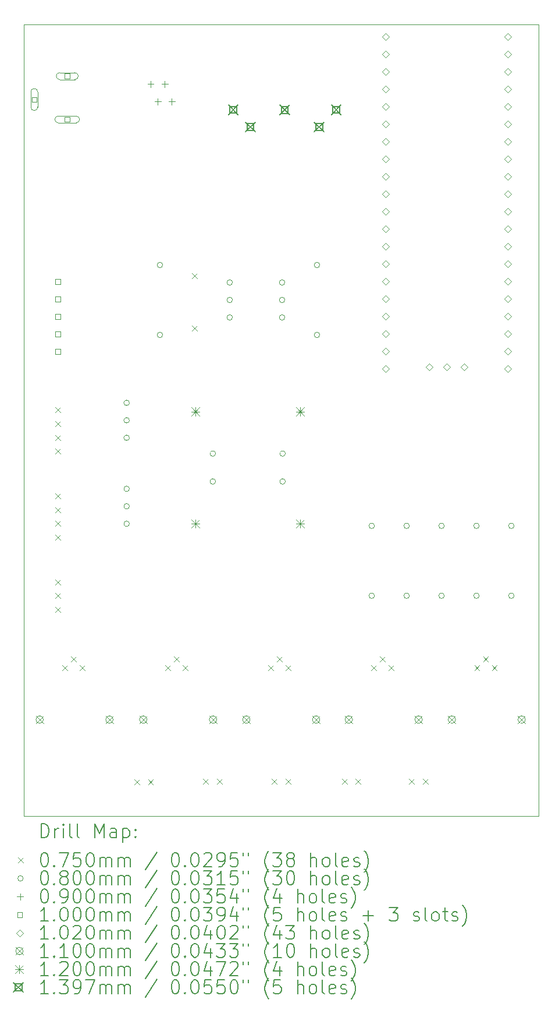
<source format=gbr>
%TF.GenerationSoftware,KiCad,Pcbnew,7.0.10*%
%TF.CreationDate,2024-03-03T10:32:23-06:00*%
%TF.ProjectId,Zimbelstern,5a696d62-656c-4737-9465-726e2e6b6963,rev?*%
%TF.SameCoordinates,Original*%
%TF.FileFunction,Drillmap*%
%TF.FilePolarity,Positive*%
%FSLAX45Y45*%
G04 Gerber Fmt 4.5, Leading zero omitted, Abs format (unit mm)*
G04 Created by KiCad (PCBNEW 7.0.10) date 2024-03-03 10:32:23*
%MOMM*%
%LPD*%
G01*
G04 APERTURE LIST*
%ADD10C,0.100000*%
%ADD11C,0.200000*%
%ADD12C,0.102000*%
%ADD13C,0.110000*%
%ADD14C,0.120000*%
%ADD15C,0.139700*%
G04 APERTURE END LIST*
D10*
X11500000Y-14500000D02*
X4000000Y-14500000D01*
X4000000Y-3000000D01*
X11500000Y-3000000D01*
X11500000Y-14500000D01*
D11*
D10*
X4462500Y-8562500D02*
X4537500Y-8637500D01*
X4537500Y-8562500D02*
X4462500Y-8637500D01*
X4462500Y-8762500D02*
X4537500Y-8837500D01*
X4537500Y-8762500D02*
X4462500Y-8837500D01*
X4462500Y-8962500D02*
X4537500Y-9037500D01*
X4537500Y-8962500D02*
X4462500Y-9037500D01*
X4462500Y-9162500D02*
X4537500Y-9237500D01*
X4537500Y-9162500D02*
X4462500Y-9237500D01*
X4462500Y-9812500D02*
X4537500Y-9887500D01*
X4537500Y-9812500D02*
X4462500Y-9887500D01*
X4462500Y-10012500D02*
X4537500Y-10087500D01*
X4537500Y-10012500D02*
X4462500Y-10087500D01*
X4462500Y-10212500D02*
X4537500Y-10287500D01*
X4537500Y-10212500D02*
X4462500Y-10287500D01*
X4462500Y-10412500D02*
X4537500Y-10487500D01*
X4537500Y-10412500D02*
X4462500Y-10487500D01*
X4462500Y-11062500D02*
X4537500Y-11137500D01*
X4537500Y-11062500D02*
X4462500Y-11137500D01*
X4462500Y-11262500D02*
X4537500Y-11337500D01*
X4537500Y-11262500D02*
X4462500Y-11337500D01*
X4462500Y-11462500D02*
X4537500Y-11537500D01*
X4537500Y-11462500D02*
X4462500Y-11537500D01*
X4562500Y-12312500D02*
X4637500Y-12387500D01*
X4637500Y-12312500D02*
X4562500Y-12387500D01*
X4689500Y-12185500D02*
X4764500Y-12260500D01*
X4764500Y-12185500D02*
X4689500Y-12260500D01*
X4816500Y-12312500D02*
X4891500Y-12387500D01*
X4891500Y-12312500D02*
X4816500Y-12387500D01*
X5612500Y-13967500D02*
X5687500Y-14042500D01*
X5687500Y-13967500D02*
X5612500Y-14042500D01*
X5812500Y-13967500D02*
X5887500Y-14042500D01*
X5887500Y-13967500D02*
X5812500Y-14042500D01*
X6062500Y-12312500D02*
X6137500Y-12387500D01*
X6137500Y-12312500D02*
X6062500Y-12387500D01*
X6189500Y-12185500D02*
X6264500Y-12260500D01*
X6264500Y-12185500D02*
X6189500Y-12260500D01*
X6316500Y-12312500D02*
X6391500Y-12387500D01*
X6391500Y-12312500D02*
X6316500Y-12387500D01*
X6454500Y-6612500D02*
X6529500Y-6687500D01*
X6529500Y-6612500D02*
X6454500Y-6687500D01*
X6454500Y-7374500D02*
X6529500Y-7449500D01*
X6529500Y-7374500D02*
X6454500Y-7449500D01*
X6612500Y-13962500D02*
X6687500Y-14037500D01*
X6687500Y-13962500D02*
X6612500Y-14037500D01*
X6812500Y-13962500D02*
X6887500Y-14037500D01*
X6887500Y-13962500D02*
X6812500Y-14037500D01*
X7562500Y-12312500D02*
X7637500Y-12387500D01*
X7637500Y-12312500D02*
X7562500Y-12387500D01*
X7612500Y-13962500D02*
X7687500Y-14037500D01*
X7687500Y-13962500D02*
X7612500Y-14037500D01*
X7689500Y-12185500D02*
X7764500Y-12260500D01*
X7764500Y-12185500D02*
X7689500Y-12260500D01*
X7812500Y-13962500D02*
X7887500Y-14037500D01*
X7887500Y-13962500D02*
X7812500Y-14037500D01*
X7816500Y-12312500D02*
X7891500Y-12387500D01*
X7891500Y-12312500D02*
X7816500Y-12387500D01*
X8632500Y-13962500D02*
X8707500Y-14037500D01*
X8707500Y-13962500D02*
X8632500Y-14037500D01*
X8832500Y-13962500D02*
X8907500Y-14037500D01*
X8907500Y-13962500D02*
X8832500Y-14037500D01*
X9062500Y-12312500D02*
X9137500Y-12387500D01*
X9137500Y-12312500D02*
X9062500Y-12387500D01*
X9189500Y-12185500D02*
X9264500Y-12260500D01*
X9264500Y-12185500D02*
X9189500Y-12260500D01*
X9316500Y-12312500D02*
X9391500Y-12387500D01*
X9391500Y-12312500D02*
X9316500Y-12387500D01*
X9612500Y-13962500D02*
X9687500Y-14037500D01*
X9687500Y-13962500D02*
X9612500Y-14037500D01*
X9812500Y-13962500D02*
X9887500Y-14037500D01*
X9887500Y-13962500D02*
X9812500Y-14037500D01*
X10562500Y-12312500D02*
X10637500Y-12387500D01*
X10637500Y-12312500D02*
X10562500Y-12387500D01*
X10689500Y-12185500D02*
X10764500Y-12260500D01*
X10764500Y-12185500D02*
X10689500Y-12260500D01*
X10816500Y-12312500D02*
X10891500Y-12387500D01*
X10891500Y-12312500D02*
X10816500Y-12387500D01*
X5540000Y-8496000D02*
G75*
G03*
X5460000Y-8496000I-40000J0D01*
G01*
X5460000Y-8496000D02*
G75*
G03*
X5540000Y-8496000I40000J0D01*
G01*
X5540000Y-8750000D02*
G75*
G03*
X5460000Y-8750000I-40000J0D01*
G01*
X5460000Y-8750000D02*
G75*
G03*
X5540000Y-8750000I40000J0D01*
G01*
X5540000Y-9004000D02*
G75*
G03*
X5460000Y-9004000I-40000J0D01*
G01*
X5460000Y-9004000D02*
G75*
G03*
X5540000Y-9004000I40000J0D01*
G01*
X5540000Y-9746000D02*
G75*
G03*
X5460000Y-9746000I-40000J0D01*
G01*
X5460000Y-9746000D02*
G75*
G03*
X5540000Y-9746000I40000J0D01*
G01*
X5540000Y-10000000D02*
G75*
G03*
X5460000Y-10000000I-40000J0D01*
G01*
X5460000Y-10000000D02*
G75*
G03*
X5540000Y-10000000I40000J0D01*
G01*
X5540000Y-10254000D02*
G75*
G03*
X5460000Y-10254000I-40000J0D01*
G01*
X5460000Y-10254000D02*
G75*
G03*
X5540000Y-10254000I40000J0D01*
G01*
X6024000Y-6492000D02*
G75*
G03*
X5944000Y-6492000I-40000J0D01*
G01*
X5944000Y-6492000D02*
G75*
G03*
X6024000Y-6492000I40000J0D01*
G01*
X6024000Y-7508000D02*
G75*
G03*
X5944000Y-7508000I-40000J0D01*
G01*
X5944000Y-7508000D02*
G75*
G03*
X6024000Y-7508000I40000J0D01*
G01*
X6794000Y-9234000D02*
G75*
G03*
X6714000Y-9234000I-40000J0D01*
G01*
X6714000Y-9234000D02*
G75*
G03*
X6794000Y-9234000I40000J0D01*
G01*
X6794000Y-9639000D02*
G75*
G03*
X6714000Y-9639000I-40000J0D01*
G01*
X6714000Y-9639000D02*
G75*
G03*
X6794000Y-9639000I40000J0D01*
G01*
X7040000Y-6746000D02*
G75*
G03*
X6960000Y-6746000I-40000J0D01*
G01*
X6960000Y-6746000D02*
G75*
G03*
X7040000Y-6746000I40000J0D01*
G01*
X7040000Y-7000000D02*
G75*
G03*
X6960000Y-7000000I-40000J0D01*
G01*
X6960000Y-7000000D02*
G75*
G03*
X7040000Y-7000000I40000J0D01*
G01*
X7040000Y-7254000D02*
G75*
G03*
X6960000Y-7254000I-40000J0D01*
G01*
X6960000Y-7254000D02*
G75*
G03*
X7040000Y-7254000I40000J0D01*
G01*
X7802000Y-6746000D02*
G75*
G03*
X7722000Y-6746000I-40000J0D01*
G01*
X7722000Y-6746000D02*
G75*
G03*
X7802000Y-6746000I40000J0D01*
G01*
X7802000Y-7000000D02*
G75*
G03*
X7722000Y-7000000I-40000J0D01*
G01*
X7722000Y-7000000D02*
G75*
G03*
X7802000Y-7000000I40000J0D01*
G01*
X7802000Y-7254000D02*
G75*
G03*
X7722000Y-7254000I-40000J0D01*
G01*
X7722000Y-7254000D02*
G75*
G03*
X7802000Y-7254000I40000J0D01*
G01*
X7810000Y-9234000D02*
G75*
G03*
X7730000Y-9234000I-40000J0D01*
G01*
X7730000Y-9234000D02*
G75*
G03*
X7810000Y-9234000I40000J0D01*
G01*
X7810000Y-9639000D02*
G75*
G03*
X7730000Y-9639000I-40000J0D01*
G01*
X7730000Y-9639000D02*
G75*
G03*
X7810000Y-9639000I40000J0D01*
G01*
X8310000Y-6492000D02*
G75*
G03*
X8230000Y-6492000I-40000J0D01*
G01*
X8230000Y-6492000D02*
G75*
G03*
X8310000Y-6492000I40000J0D01*
G01*
X8310000Y-7508000D02*
G75*
G03*
X8230000Y-7508000I-40000J0D01*
G01*
X8230000Y-7508000D02*
G75*
G03*
X8310000Y-7508000I40000J0D01*
G01*
X9108000Y-10284000D02*
G75*
G03*
X9028000Y-10284000I-40000J0D01*
G01*
X9028000Y-10284000D02*
G75*
G03*
X9108000Y-10284000I40000J0D01*
G01*
X9108000Y-11300000D02*
G75*
G03*
X9028000Y-11300000I-40000J0D01*
G01*
X9028000Y-11300000D02*
G75*
G03*
X9108000Y-11300000I40000J0D01*
G01*
X9616000Y-10284000D02*
G75*
G03*
X9536000Y-10284000I-40000J0D01*
G01*
X9536000Y-10284000D02*
G75*
G03*
X9616000Y-10284000I40000J0D01*
G01*
X9616000Y-11300000D02*
G75*
G03*
X9536000Y-11300000I-40000J0D01*
G01*
X9536000Y-11300000D02*
G75*
G03*
X9616000Y-11300000I40000J0D01*
G01*
X10124000Y-10284000D02*
G75*
G03*
X10044000Y-10284000I-40000J0D01*
G01*
X10044000Y-10284000D02*
G75*
G03*
X10124000Y-10284000I40000J0D01*
G01*
X10124000Y-11300000D02*
G75*
G03*
X10044000Y-11300000I-40000J0D01*
G01*
X10044000Y-11300000D02*
G75*
G03*
X10124000Y-11300000I40000J0D01*
G01*
X10632000Y-10284000D02*
G75*
G03*
X10552000Y-10284000I-40000J0D01*
G01*
X10552000Y-10284000D02*
G75*
G03*
X10632000Y-10284000I40000J0D01*
G01*
X10632000Y-11300000D02*
G75*
G03*
X10552000Y-11300000I-40000J0D01*
G01*
X10552000Y-11300000D02*
G75*
G03*
X10632000Y-11300000I40000J0D01*
G01*
X11140000Y-10284000D02*
G75*
G03*
X11060000Y-10284000I-40000J0D01*
G01*
X11060000Y-10284000D02*
G75*
G03*
X11140000Y-10284000I40000J0D01*
G01*
X11140000Y-11300000D02*
G75*
G03*
X11060000Y-11300000I-40000J0D01*
G01*
X11060000Y-11300000D02*
G75*
G03*
X11140000Y-11300000I40000J0D01*
G01*
X5851000Y-3818000D02*
X5851000Y-3908000D01*
X5806000Y-3863000D02*
X5896000Y-3863000D01*
X5953000Y-4072000D02*
X5953000Y-4162000D01*
X5908000Y-4117000D02*
X5998000Y-4117000D01*
X6055000Y-3818000D02*
X6055000Y-3908000D01*
X6010000Y-3863000D02*
X6100000Y-3863000D01*
X6157000Y-4072000D02*
X6157000Y-4162000D01*
X6112000Y-4117000D02*
X6202000Y-4117000D01*
X4190856Y-4121856D02*
X4190856Y-4051144D01*
X4120144Y-4051144D01*
X4120144Y-4121856D01*
X4190856Y-4121856D01*
X4205500Y-4196500D02*
X4205500Y-3976500D01*
X4205500Y-3976500D02*
G75*
G03*
X4105500Y-3976500I-50000J0D01*
G01*
X4105500Y-3976500D02*
X4105500Y-4196500D01*
X4105500Y-4196500D02*
G75*
G03*
X4205500Y-4196500I50000J0D01*
G01*
X4535356Y-6769356D02*
X4535356Y-6698644D01*
X4464644Y-6698644D01*
X4464644Y-6769356D01*
X4535356Y-6769356D01*
X4535356Y-7023356D02*
X4535356Y-6952644D01*
X4464644Y-6952644D01*
X4464644Y-7023356D01*
X4535356Y-7023356D01*
X4535356Y-7277356D02*
X4535356Y-7206644D01*
X4464644Y-7206644D01*
X4464644Y-7277356D01*
X4535356Y-7277356D01*
X4535356Y-7531356D02*
X4535356Y-7460644D01*
X4464644Y-7460644D01*
X4464644Y-7531356D01*
X4535356Y-7531356D01*
X4535356Y-7785356D02*
X4535356Y-7714644D01*
X4464644Y-7714644D01*
X4464644Y-7785356D01*
X4535356Y-7785356D01*
X4670856Y-3781856D02*
X4670856Y-3711144D01*
X4600144Y-3711144D01*
X4600144Y-3781856D01*
X4670856Y-3781856D01*
X4745500Y-3696500D02*
X4525500Y-3696500D01*
X4525500Y-3696500D02*
G75*
G03*
X4525500Y-3796500I0J-50000D01*
G01*
X4525500Y-3796500D02*
X4745500Y-3796500D01*
X4745500Y-3796500D02*
G75*
G03*
X4745500Y-3696500I0J50000D01*
G01*
X4670856Y-4411856D02*
X4670856Y-4341144D01*
X4600144Y-4341144D01*
X4600144Y-4411856D01*
X4670856Y-4411856D01*
X4765500Y-4326500D02*
X4505500Y-4326500D01*
X4505500Y-4326500D02*
G75*
G03*
X4505500Y-4426500I0J-50000D01*
G01*
X4505500Y-4426500D02*
X4765500Y-4426500D01*
X4765500Y-4426500D02*
G75*
G03*
X4765500Y-4326500I0J50000D01*
G01*
D12*
X9271000Y-3226000D02*
X9322000Y-3175000D01*
X9271000Y-3124000D01*
X9220000Y-3175000D01*
X9271000Y-3226000D01*
X9271000Y-3480000D02*
X9322000Y-3429000D01*
X9271000Y-3378000D01*
X9220000Y-3429000D01*
X9271000Y-3480000D01*
X9271000Y-3734000D02*
X9322000Y-3683000D01*
X9271000Y-3632000D01*
X9220000Y-3683000D01*
X9271000Y-3734000D01*
X9271000Y-3988000D02*
X9322000Y-3937000D01*
X9271000Y-3886000D01*
X9220000Y-3937000D01*
X9271000Y-3988000D01*
X9271000Y-4242000D02*
X9322000Y-4191000D01*
X9271000Y-4140000D01*
X9220000Y-4191000D01*
X9271000Y-4242000D01*
X9271000Y-4496000D02*
X9322000Y-4445000D01*
X9271000Y-4394000D01*
X9220000Y-4445000D01*
X9271000Y-4496000D01*
X9271000Y-4750000D02*
X9322000Y-4699000D01*
X9271000Y-4648000D01*
X9220000Y-4699000D01*
X9271000Y-4750000D01*
X9271000Y-5004000D02*
X9322000Y-4953000D01*
X9271000Y-4902000D01*
X9220000Y-4953000D01*
X9271000Y-5004000D01*
X9271000Y-5258000D02*
X9322000Y-5207000D01*
X9271000Y-5156000D01*
X9220000Y-5207000D01*
X9271000Y-5258000D01*
X9271000Y-5512000D02*
X9322000Y-5461000D01*
X9271000Y-5410000D01*
X9220000Y-5461000D01*
X9271000Y-5512000D01*
X9271000Y-5766000D02*
X9322000Y-5715000D01*
X9271000Y-5664000D01*
X9220000Y-5715000D01*
X9271000Y-5766000D01*
X9271000Y-6020000D02*
X9322000Y-5969000D01*
X9271000Y-5918000D01*
X9220000Y-5969000D01*
X9271000Y-6020000D01*
X9271000Y-6274000D02*
X9322000Y-6223000D01*
X9271000Y-6172000D01*
X9220000Y-6223000D01*
X9271000Y-6274000D01*
X9271000Y-6528000D02*
X9322000Y-6477000D01*
X9271000Y-6426000D01*
X9220000Y-6477000D01*
X9271000Y-6528000D01*
X9271000Y-6782000D02*
X9322000Y-6731000D01*
X9271000Y-6680000D01*
X9220000Y-6731000D01*
X9271000Y-6782000D01*
X9271000Y-7036000D02*
X9322000Y-6985000D01*
X9271000Y-6934000D01*
X9220000Y-6985000D01*
X9271000Y-7036000D01*
X9271000Y-7290000D02*
X9322000Y-7239000D01*
X9271000Y-7188000D01*
X9220000Y-7239000D01*
X9271000Y-7290000D01*
X9271000Y-7544000D02*
X9322000Y-7493000D01*
X9271000Y-7442000D01*
X9220000Y-7493000D01*
X9271000Y-7544000D01*
X9271000Y-7798000D02*
X9322000Y-7747000D01*
X9271000Y-7696000D01*
X9220000Y-7747000D01*
X9271000Y-7798000D01*
X9271000Y-8052000D02*
X9322000Y-8001000D01*
X9271000Y-7950000D01*
X9220000Y-8001000D01*
X9271000Y-8052000D01*
X9906000Y-8029000D02*
X9957000Y-7978000D01*
X9906000Y-7927000D01*
X9855000Y-7978000D01*
X9906000Y-8029000D01*
X10160000Y-8029000D02*
X10211000Y-7978000D01*
X10160000Y-7927000D01*
X10109000Y-7978000D01*
X10160000Y-8029000D01*
X10414000Y-8029000D02*
X10465000Y-7978000D01*
X10414000Y-7927000D01*
X10363000Y-7978000D01*
X10414000Y-8029000D01*
X11049000Y-3226000D02*
X11100000Y-3175000D01*
X11049000Y-3124000D01*
X10998000Y-3175000D01*
X11049000Y-3226000D01*
X11049000Y-3480000D02*
X11100000Y-3429000D01*
X11049000Y-3378000D01*
X10998000Y-3429000D01*
X11049000Y-3480000D01*
X11049000Y-3734000D02*
X11100000Y-3683000D01*
X11049000Y-3632000D01*
X10998000Y-3683000D01*
X11049000Y-3734000D01*
X11049000Y-3988000D02*
X11100000Y-3937000D01*
X11049000Y-3886000D01*
X10998000Y-3937000D01*
X11049000Y-3988000D01*
X11049000Y-4242000D02*
X11100000Y-4191000D01*
X11049000Y-4140000D01*
X10998000Y-4191000D01*
X11049000Y-4242000D01*
X11049000Y-4496000D02*
X11100000Y-4445000D01*
X11049000Y-4394000D01*
X10998000Y-4445000D01*
X11049000Y-4496000D01*
X11049000Y-4750000D02*
X11100000Y-4699000D01*
X11049000Y-4648000D01*
X10998000Y-4699000D01*
X11049000Y-4750000D01*
X11049000Y-5004000D02*
X11100000Y-4953000D01*
X11049000Y-4902000D01*
X10998000Y-4953000D01*
X11049000Y-5004000D01*
X11049000Y-5258000D02*
X11100000Y-5207000D01*
X11049000Y-5156000D01*
X10998000Y-5207000D01*
X11049000Y-5258000D01*
X11049000Y-5512000D02*
X11100000Y-5461000D01*
X11049000Y-5410000D01*
X10998000Y-5461000D01*
X11049000Y-5512000D01*
X11049000Y-5766000D02*
X11100000Y-5715000D01*
X11049000Y-5664000D01*
X10998000Y-5715000D01*
X11049000Y-5766000D01*
X11049000Y-6020000D02*
X11100000Y-5969000D01*
X11049000Y-5918000D01*
X10998000Y-5969000D01*
X11049000Y-6020000D01*
X11049000Y-6274000D02*
X11100000Y-6223000D01*
X11049000Y-6172000D01*
X10998000Y-6223000D01*
X11049000Y-6274000D01*
X11049000Y-6528000D02*
X11100000Y-6477000D01*
X11049000Y-6426000D01*
X10998000Y-6477000D01*
X11049000Y-6528000D01*
X11049000Y-6782000D02*
X11100000Y-6731000D01*
X11049000Y-6680000D01*
X10998000Y-6731000D01*
X11049000Y-6782000D01*
X11049000Y-7036000D02*
X11100000Y-6985000D01*
X11049000Y-6934000D01*
X10998000Y-6985000D01*
X11049000Y-7036000D01*
X11049000Y-7290000D02*
X11100000Y-7239000D01*
X11049000Y-7188000D01*
X10998000Y-7239000D01*
X11049000Y-7290000D01*
X11049000Y-7544000D02*
X11100000Y-7493000D01*
X11049000Y-7442000D01*
X10998000Y-7493000D01*
X11049000Y-7544000D01*
X11049000Y-7798000D02*
X11100000Y-7747000D01*
X11049000Y-7696000D01*
X10998000Y-7747000D01*
X11049000Y-7798000D01*
X11049000Y-8052000D02*
X11100000Y-8001000D01*
X11049000Y-7950000D01*
X10998000Y-8001000D01*
X11049000Y-8052000D01*
D13*
X4179000Y-13045000D02*
X4289000Y-13155000D01*
X4289000Y-13045000D02*
X4179000Y-13155000D01*
X4289000Y-13100000D02*
G75*
G03*
X4179000Y-13100000I-55000J0D01*
G01*
X4179000Y-13100000D02*
G75*
G03*
X4289000Y-13100000I55000J0D01*
G01*
X5195000Y-13045000D02*
X5305000Y-13155000D01*
X5305000Y-13045000D02*
X5195000Y-13155000D01*
X5305000Y-13100000D02*
G75*
G03*
X5195000Y-13100000I-55000J0D01*
G01*
X5195000Y-13100000D02*
G75*
G03*
X5305000Y-13100000I55000J0D01*
G01*
X5687000Y-13045000D02*
X5797000Y-13155000D01*
X5797000Y-13045000D02*
X5687000Y-13155000D01*
X5797000Y-13100000D02*
G75*
G03*
X5687000Y-13100000I-55000J0D01*
G01*
X5687000Y-13100000D02*
G75*
G03*
X5797000Y-13100000I55000J0D01*
G01*
X6703000Y-13045000D02*
X6813000Y-13155000D01*
X6813000Y-13045000D02*
X6703000Y-13155000D01*
X6813000Y-13100000D02*
G75*
G03*
X6703000Y-13100000I-55000J0D01*
G01*
X6703000Y-13100000D02*
G75*
G03*
X6813000Y-13100000I55000J0D01*
G01*
X7187000Y-13045000D02*
X7297000Y-13155000D01*
X7297000Y-13045000D02*
X7187000Y-13155000D01*
X7297000Y-13100000D02*
G75*
G03*
X7187000Y-13100000I-55000J0D01*
G01*
X7187000Y-13100000D02*
G75*
G03*
X7297000Y-13100000I55000J0D01*
G01*
X8203000Y-13045000D02*
X8313000Y-13155000D01*
X8313000Y-13045000D02*
X8203000Y-13155000D01*
X8313000Y-13100000D02*
G75*
G03*
X8203000Y-13100000I-55000J0D01*
G01*
X8203000Y-13100000D02*
G75*
G03*
X8313000Y-13100000I55000J0D01*
G01*
X8679000Y-13045000D02*
X8789000Y-13155000D01*
X8789000Y-13045000D02*
X8679000Y-13155000D01*
X8789000Y-13100000D02*
G75*
G03*
X8679000Y-13100000I-55000J0D01*
G01*
X8679000Y-13100000D02*
G75*
G03*
X8789000Y-13100000I55000J0D01*
G01*
X9695000Y-13045000D02*
X9805000Y-13155000D01*
X9805000Y-13045000D02*
X9695000Y-13155000D01*
X9805000Y-13100000D02*
G75*
G03*
X9695000Y-13100000I-55000J0D01*
G01*
X9695000Y-13100000D02*
G75*
G03*
X9805000Y-13100000I55000J0D01*
G01*
X10179000Y-13045000D02*
X10289000Y-13155000D01*
X10289000Y-13045000D02*
X10179000Y-13155000D01*
X10289000Y-13100000D02*
G75*
G03*
X10179000Y-13100000I-55000J0D01*
G01*
X10179000Y-13100000D02*
G75*
G03*
X10289000Y-13100000I55000J0D01*
G01*
X11195000Y-13045000D02*
X11305000Y-13155000D01*
X11305000Y-13045000D02*
X11195000Y-13155000D01*
X11305000Y-13100000D02*
G75*
G03*
X11195000Y-13100000I-55000J0D01*
G01*
X11195000Y-13100000D02*
G75*
G03*
X11305000Y-13100000I55000J0D01*
G01*
D14*
X6440000Y-8563000D02*
X6560000Y-8683000D01*
X6560000Y-8563000D02*
X6440000Y-8683000D01*
X6500000Y-8563000D02*
X6500000Y-8683000D01*
X6440000Y-8623000D02*
X6560000Y-8623000D01*
X6440000Y-10190000D02*
X6560000Y-10310000D01*
X6560000Y-10190000D02*
X6440000Y-10310000D01*
X6500000Y-10190000D02*
X6500000Y-10310000D01*
X6440000Y-10250000D02*
X6560000Y-10250000D01*
X7964000Y-8563000D02*
X8084000Y-8683000D01*
X8084000Y-8563000D02*
X7964000Y-8683000D01*
X8024000Y-8563000D02*
X8024000Y-8683000D01*
X7964000Y-8623000D02*
X8084000Y-8623000D01*
X7964000Y-10190000D02*
X8084000Y-10310000D01*
X8084000Y-10190000D02*
X7964000Y-10310000D01*
X8024000Y-10190000D02*
X8024000Y-10310000D01*
X7964000Y-10250000D02*
X8084000Y-10250000D01*
D15*
X6982968Y-4168140D02*
X7122668Y-4307840D01*
X7122668Y-4168140D02*
X6982968Y-4307840D01*
X7102210Y-4287382D02*
X7102210Y-4188598D01*
X7003426Y-4188598D01*
X7003426Y-4287382D01*
X7102210Y-4287382D01*
X7233158Y-4418330D02*
X7372858Y-4558030D01*
X7372858Y-4418330D02*
X7233158Y-4558030D01*
X7352400Y-4537572D02*
X7352400Y-4438788D01*
X7253616Y-4438788D01*
X7253616Y-4537572D01*
X7352400Y-4537572D01*
X7732776Y-4168394D02*
X7872476Y-4308094D01*
X7872476Y-4168394D02*
X7732776Y-4308094D01*
X7852018Y-4287636D02*
X7852018Y-4188852D01*
X7753234Y-4188852D01*
X7753234Y-4287636D01*
X7852018Y-4287636D01*
X8232394Y-4418330D02*
X8372094Y-4558030D01*
X8372094Y-4418330D02*
X8232394Y-4558030D01*
X8351636Y-4537572D02*
X8351636Y-4438788D01*
X8252852Y-4438788D01*
X8252852Y-4537572D01*
X8351636Y-4537572D01*
X8482584Y-4168140D02*
X8622284Y-4307840D01*
X8622284Y-4168140D02*
X8482584Y-4307840D01*
X8601826Y-4287382D02*
X8601826Y-4188598D01*
X8503042Y-4188598D01*
X8503042Y-4287382D01*
X8601826Y-4287382D01*
D11*
X4255777Y-14816484D02*
X4255777Y-14616484D01*
X4255777Y-14616484D02*
X4303396Y-14616484D01*
X4303396Y-14616484D02*
X4331967Y-14626008D01*
X4331967Y-14626008D02*
X4351015Y-14645055D01*
X4351015Y-14645055D02*
X4360539Y-14664103D01*
X4360539Y-14664103D02*
X4370063Y-14702198D01*
X4370063Y-14702198D02*
X4370063Y-14730769D01*
X4370063Y-14730769D02*
X4360539Y-14768865D01*
X4360539Y-14768865D02*
X4351015Y-14787912D01*
X4351015Y-14787912D02*
X4331967Y-14806960D01*
X4331967Y-14806960D02*
X4303396Y-14816484D01*
X4303396Y-14816484D02*
X4255777Y-14816484D01*
X4455777Y-14816484D02*
X4455777Y-14683150D01*
X4455777Y-14721246D02*
X4465301Y-14702198D01*
X4465301Y-14702198D02*
X4474824Y-14692674D01*
X4474824Y-14692674D02*
X4493872Y-14683150D01*
X4493872Y-14683150D02*
X4512920Y-14683150D01*
X4579586Y-14816484D02*
X4579586Y-14683150D01*
X4579586Y-14616484D02*
X4570063Y-14626008D01*
X4570063Y-14626008D02*
X4579586Y-14635531D01*
X4579586Y-14635531D02*
X4589110Y-14626008D01*
X4589110Y-14626008D02*
X4579586Y-14616484D01*
X4579586Y-14616484D02*
X4579586Y-14635531D01*
X4703396Y-14816484D02*
X4684348Y-14806960D01*
X4684348Y-14806960D02*
X4674824Y-14787912D01*
X4674824Y-14787912D02*
X4674824Y-14616484D01*
X4808158Y-14816484D02*
X4789110Y-14806960D01*
X4789110Y-14806960D02*
X4779586Y-14787912D01*
X4779586Y-14787912D02*
X4779586Y-14616484D01*
X5036729Y-14816484D02*
X5036729Y-14616484D01*
X5036729Y-14616484D02*
X5103396Y-14759341D01*
X5103396Y-14759341D02*
X5170063Y-14616484D01*
X5170063Y-14616484D02*
X5170063Y-14816484D01*
X5351015Y-14816484D02*
X5351015Y-14711722D01*
X5351015Y-14711722D02*
X5341491Y-14692674D01*
X5341491Y-14692674D02*
X5322444Y-14683150D01*
X5322444Y-14683150D02*
X5284348Y-14683150D01*
X5284348Y-14683150D02*
X5265301Y-14692674D01*
X5351015Y-14806960D02*
X5331967Y-14816484D01*
X5331967Y-14816484D02*
X5284348Y-14816484D01*
X5284348Y-14816484D02*
X5265301Y-14806960D01*
X5265301Y-14806960D02*
X5255777Y-14787912D01*
X5255777Y-14787912D02*
X5255777Y-14768865D01*
X5255777Y-14768865D02*
X5265301Y-14749817D01*
X5265301Y-14749817D02*
X5284348Y-14740293D01*
X5284348Y-14740293D02*
X5331967Y-14740293D01*
X5331967Y-14740293D02*
X5351015Y-14730769D01*
X5446253Y-14683150D02*
X5446253Y-14883150D01*
X5446253Y-14692674D02*
X5465301Y-14683150D01*
X5465301Y-14683150D02*
X5503396Y-14683150D01*
X5503396Y-14683150D02*
X5522444Y-14692674D01*
X5522444Y-14692674D02*
X5531967Y-14702198D01*
X5531967Y-14702198D02*
X5541491Y-14721246D01*
X5541491Y-14721246D02*
X5541491Y-14778388D01*
X5541491Y-14778388D02*
X5531967Y-14797436D01*
X5531967Y-14797436D02*
X5522444Y-14806960D01*
X5522444Y-14806960D02*
X5503396Y-14816484D01*
X5503396Y-14816484D02*
X5465301Y-14816484D01*
X5465301Y-14816484D02*
X5446253Y-14806960D01*
X5627205Y-14797436D02*
X5636729Y-14806960D01*
X5636729Y-14806960D02*
X5627205Y-14816484D01*
X5627205Y-14816484D02*
X5617682Y-14806960D01*
X5617682Y-14806960D02*
X5627205Y-14797436D01*
X5627205Y-14797436D02*
X5627205Y-14816484D01*
X5627205Y-14692674D02*
X5636729Y-14702198D01*
X5636729Y-14702198D02*
X5627205Y-14711722D01*
X5627205Y-14711722D02*
X5617682Y-14702198D01*
X5617682Y-14702198D02*
X5627205Y-14692674D01*
X5627205Y-14692674D02*
X5627205Y-14711722D01*
D10*
X3920000Y-15107500D02*
X3995000Y-15182500D01*
X3995000Y-15107500D02*
X3920000Y-15182500D01*
D11*
X4293872Y-15036484D02*
X4312920Y-15036484D01*
X4312920Y-15036484D02*
X4331967Y-15046008D01*
X4331967Y-15046008D02*
X4341491Y-15055531D01*
X4341491Y-15055531D02*
X4351015Y-15074579D01*
X4351015Y-15074579D02*
X4360539Y-15112674D01*
X4360539Y-15112674D02*
X4360539Y-15160293D01*
X4360539Y-15160293D02*
X4351015Y-15198388D01*
X4351015Y-15198388D02*
X4341491Y-15217436D01*
X4341491Y-15217436D02*
X4331967Y-15226960D01*
X4331967Y-15226960D02*
X4312920Y-15236484D01*
X4312920Y-15236484D02*
X4293872Y-15236484D01*
X4293872Y-15236484D02*
X4274824Y-15226960D01*
X4274824Y-15226960D02*
X4265301Y-15217436D01*
X4265301Y-15217436D02*
X4255777Y-15198388D01*
X4255777Y-15198388D02*
X4246253Y-15160293D01*
X4246253Y-15160293D02*
X4246253Y-15112674D01*
X4246253Y-15112674D02*
X4255777Y-15074579D01*
X4255777Y-15074579D02*
X4265301Y-15055531D01*
X4265301Y-15055531D02*
X4274824Y-15046008D01*
X4274824Y-15046008D02*
X4293872Y-15036484D01*
X4446253Y-15217436D02*
X4455777Y-15226960D01*
X4455777Y-15226960D02*
X4446253Y-15236484D01*
X4446253Y-15236484D02*
X4436729Y-15226960D01*
X4436729Y-15226960D02*
X4446253Y-15217436D01*
X4446253Y-15217436D02*
X4446253Y-15236484D01*
X4522444Y-15036484D02*
X4655777Y-15036484D01*
X4655777Y-15036484D02*
X4570063Y-15236484D01*
X4827205Y-15036484D02*
X4731967Y-15036484D01*
X4731967Y-15036484D02*
X4722444Y-15131722D01*
X4722444Y-15131722D02*
X4731967Y-15122198D01*
X4731967Y-15122198D02*
X4751015Y-15112674D01*
X4751015Y-15112674D02*
X4798634Y-15112674D01*
X4798634Y-15112674D02*
X4817682Y-15122198D01*
X4817682Y-15122198D02*
X4827205Y-15131722D01*
X4827205Y-15131722D02*
X4836729Y-15150769D01*
X4836729Y-15150769D02*
X4836729Y-15198388D01*
X4836729Y-15198388D02*
X4827205Y-15217436D01*
X4827205Y-15217436D02*
X4817682Y-15226960D01*
X4817682Y-15226960D02*
X4798634Y-15236484D01*
X4798634Y-15236484D02*
X4751015Y-15236484D01*
X4751015Y-15236484D02*
X4731967Y-15226960D01*
X4731967Y-15226960D02*
X4722444Y-15217436D01*
X4960539Y-15036484D02*
X4979586Y-15036484D01*
X4979586Y-15036484D02*
X4998634Y-15046008D01*
X4998634Y-15046008D02*
X5008158Y-15055531D01*
X5008158Y-15055531D02*
X5017682Y-15074579D01*
X5017682Y-15074579D02*
X5027205Y-15112674D01*
X5027205Y-15112674D02*
X5027205Y-15160293D01*
X5027205Y-15160293D02*
X5017682Y-15198388D01*
X5017682Y-15198388D02*
X5008158Y-15217436D01*
X5008158Y-15217436D02*
X4998634Y-15226960D01*
X4998634Y-15226960D02*
X4979586Y-15236484D01*
X4979586Y-15236484D02*
X4960539Y-15236484D01*
X4960539Y-15236484D02*
X4941491Y-15226960D01*
X4941491Y-15226960D02*
X4931967Y-15217436D01*
X4931967Y-15217436D02*
X4922444Y-15198388D01*
X4922444Y-15198388D02*
X4912920Y-15160293D01*
X4912920Y-15160293D02*
X4912920Y-15112674D01*
X4912920Y-15112674D02*
X4922444Y-15074579D01*
X4922444Y-15074579D02*
X4931967Y-15055531D01*
X4931967Y-15055531D02*
X4941491Y-15046008D01*
X4941491Y-15046008D02*
X4960539Y-15036484D01*
X5112920Y-15236484D02*
X5112920Y-15103150D01*
X5112920Y-15122198D02*
X5122444Y-15112674D01*
X5122444Y-15112674D02*
X5141491Y-15103150D01*
X5141491Y-15103150D02*
X5170063Y-15103150D01*
X5170063Y-15103150D02*
X5189110Y-15112674D01*
X5189110Y-15112674D02*
X5198634Y-15131722D01*
X5198634Y-15131722D02*
X5198634Y-15236484D01*
X5198634Y-15131722D02*
X5208158Y-15112674D01*
X5208158Y-15112674D02*
X5227205Y-15103150D01*
X5227205Y-15103150D02*
X5255777Y-15103150D01*
X5255777Y-15103150D02*
X5274825Y-15112674D01*
X5274825Y-15112674D02*
X5284348Y-15131722D01*
X5284348Y-15131722D02*
X5284348Y-15236484D01*
X5379586Y-15236484D02*
X5379586Y-15103150D01*
X5379586Y-15122198D02*
X5389110Y-15112674D01*
X5389110Y-15112674D02*
X5408158Y-15103150D01*
X5408158Y-15103150D02*
X5436729Y-15103150D01*
X5436729Y-15103150D02*
X5455777Y-15112674D01*
X5455777Y-15112674D02*
X5465301Y-15131722D01*
X5465301Y-15131722D02*
X5465301Y-15236484D01*
X5465301Y-15131722D02*
X5474825Y-15112674D01*
X5474825Y-15112674D02*
X5493872Y-15103150D01*
X5493872Y-15103150D02*
X5522444Y-15103150D01*
X5522444Y-15103150D02*
X5541491Y-15112674D01*
X5541491Y-15112674D02*
X5551015Y-15131722D01*
X5551015Y-15131722D02*
X5551015Y-15236484D01*
X5941491Y-15026960D02*
X5770063Y-15284103D01*
X6198634Y-15036484D02*
X6217682Y-15036484D01*
X6217682Y-15036484D02*
X6236729Y-15046008D01*
X6236729Y-15046008D02*
X6246253Y-15055531D01*
X6246253Y-15055531D02*
X6255777Y-15074579D01*
X6255777Y-15074579D02*
X6265301Y-15112674D01*
X6265301Y-15112674D02*
X6265301Y-15160293D01*
X6265301Y-15160293D02*
X6255777Y-15198388D01*
X6255777Y-15198388D02*
X6246253Y-15217436D01*
X6246253Y-15217436D02*
X6236729Y-15226960D01*
X6236729Y-15226960D02*
X6217682Y-15236484D01*
X6217682Y-15236484D02*
X6198634Y-15236484D01*
X6198634Y-15236484D02*
X6179586Y-15226960D01*
X6179586Y-15226960D02*
X6170063Y-15217436D01*
X6170063Y-15217436D02*
X6160539Y-15198388D01*
X6160539Y-15198388D02*
X6151015Y-15160293D01*
X6151015Y-15160293D02*
X6151015Y-15112674D01*
X6151015Y-15112674D02*
X6160539Y-15074579D01*
X6160539Y-15074579D02*
X6170063Y-15055531D01*
X6170063Y-15055531D02*
X6179586Y-15046008D01*
X6179586Y-15046008D02*
X6198634Y-15036484D01*
X6351015Y-15217436D02*
X6360539Y-15226960D01*
X6360539Y-15226960D02*
X6351015Y-15236484D01*
X6351015Y-15236484D02*
X6341491Y-15226960D01*
X6341491Y-15226960D02*
X6351015Y-15217436D01*
X6351015Y-15217436D02*
X6351015Y-15236484D01*
X6484348Y-15036484D02*
X6503396Y-15036484D01*
X6503396Y-15036484D02*
X6522444Y-15046008D01*
X6522444Y-15046008D02*
X6531967Y-15055531D01*
X6531967Y-15055531D02*
X6541491Y-15074579D01*
X6541491Y-15074579D02*
X6551015Y-15112674D01*
X6551015Y-15112674D02*
X6551015Y-15160293D01*
X6551015Y-15160293D02*
X6541491Y-15198388D01*
X6541491Y-15198388D02*
X6531967Y-15217436D01*
X6531967Y-15217436D02*
X6522444Y-15226960D01*
X6522444Y-15226960D02*
X6503396Y-15236484D01*
X6503396Y-15236484D02*
X6484348Y-15236484D01*
X6484348Y-15236484D02*
X6465301Y-15226960D01*
X6465301Y-15226960D02*
X6455777Y-15217436D01*
X6455777Y-15217436D02*
X6446253Y-15198388D01*
X6446253Y-15198388D02*
X6436729Y-15160293D01*
X6436729Y-15160293D02*
X6436729Y-15112674D01*
X6436729Y-15112674D02*
X6446253Y-15074579D01*
X6446253Y-15074579D02*
X6455777Y-15055531D01*
X6455777Y-15055531D02*
X6465301Y-15046008D01*
X6465301Y-15046008D02*
X6484348Y-15036484D01*
X6627206Y-15055531D02*
X6636729Y-15046008D01*
X6636729Y-15046008D02*
X6655777Y-15036484D01*
X6655777Y-15036484D02*
X6703396Y-15036484D01*
X6703396Y-15036484D02*
X6722444Y-15046008D01*
X6722444Y-15046008D02*
X6731967Y-15055531D01*
X6731967Y-15055531D02*
X6741491Y-15074579D01*
X6741491Y-15074579D02*
X6741491Y-15093627D01*
X6741491Y-15093627D02*
X6731967Y-15122198D01*
X6731967Y-15122198D02*
X6617682Y-15236484D01*
X6617682Y-15236484D02*
X6741491Y-15236484D01*
X6836729Y-15236484D02*
X6874825Y-15236484D01*
X6874825Y-15236484D02*
X6893872Y-15226960D01*
X6893872Y-15226960D02*
X6903396Y-15217436D01*
X6903396Y-15217436D02*
X6922444Y-15188865D01*
X6922444Y-15188865D02*
X6931967Y-15150769D01*
X6931967Y-15150769D02*
X6931967Y-15074579D01*
X6931967Y-15074579D02*
X6922444Y-15055531D01*
X6922444Y-15055531D02*
X6912920Y-15046008D01*
X6912920Y-15046008D02*
X6893872Y-15036484D01*
X6893872Y-15036484D02*
X6855777Y-15036484D01*
X6855777Y-15036484D02*
X6836729Y-15046008D01*
X6836729Y-15046008D02*
X6827206Y-15055531D01*
X6827206Y-15055531D02*
X6817682Y-15074579D01*
X6817682Y-15074579D02*
X6817682Y-15122198D01*
X6817682Y-15122198D02*
X6827206Y-15141246D01*
X6827206Y-15141246D02*
X6836729Y-15150769D01*
X6836729Y-15150769D02*
X6855777Y-15160293D01*
X6855777Y-15160293D02*
X6893872Y-15160293D01*
X6893872Y-15160293D02*
X6912920Y-15150769D01*
X6912920Y-15150769D02*
X6922444Y-15141246D01*
X6922444Y-15141246D02*
X6931967Y-15122198D01*
X7112920Y-15036484D02*
X7017682Y-15036484D01*
X7017682Y-15036484D02*
X7008158Y-15131722D01*
X7008158Y-15131722D02*
X7017682Y-15122198D01*
X7017682Y-15122198D02*
X7036729Y-15112674D01*
X7036729Y-15112674D02*
X7084348Y-15112674D01*
X7084348Y-15112674D02*
X7103396Y-15122198D01*
X7103396Y-15122198D02*
X7112920Y-15131722D01*
X7112920Y-15131722D02*
X7122444Y-15150769D01*
X7122444Y-15150769D02*
X7122444Y-15198388D01*
X7122444Y-15198388D02*
X7112920Y-15217436D01*
X7112920Y-15217436D02*
X7103396Y-15226960D01*
X7103396Y-15226960D02*
X7084348Y-15236484D01*
X7084348Y-15236484D02*
X7036729Y-15236484D01*
X7036729Y-15236484D02*
X7017682Y-15226960D01*
X7017682Y-15226960D02*
X7008158Y-15217436D01*
X7198634Y-15036484D02*
X7198634Y-15074579D01*
X7274825Y-15036484D02*
X7274825Y-15074579D01*
X7570063Y-15312674D02*
X7560539Y-15303150D01*
X7560539Y-15303150D02*
X7541491Y-15274579D01*
X7541491Y-15274579D02*
X7531968Y-15255531D01*
X7531968Y-15255531D02*
X7522444Y-15226960D01*
X7522444Y-15226960D02*
X7512920Y-15179341D01*
X7512920Y-15179341D02*
X7512920Y-15141246D01*
X7512920Y-15141246D02*
X7522444Y-15093627D01*
X7522444Y-15093627D02*
X7531968Y-15065055D01*
X7531968Y-15065055D02*
X7541491Y-15046008D01*
X7541491Y-15046008D02*
X7560539Y-15017436D01*
X7560539Y-15017436D02*
X7570063Y-15007912D01*
X7627206Y-15036484D02*
X7751015Y-15036484D01*
X7751015Y-15036484D02*
X7684348Y-15112674D01*
X7684348Y-15112674D02*
X7712920Y-15112674D01*
X7712920Y-15112674D02*
X7731968Y-15122198D01*
X7731968Y-15122198D02*
X7741491Y-15131722D01*
X7741491Y-15131722D02*
X7751015Y-15150769D01*
X7751015Y-15150769D02*
X7751015Y-15198388D01*
X7751015Y-15198388D02*
X7741491Y-15217436D01*
X7741491Y-15217436D02*
X7731968Y-15226960D01*
X7731968Y-15226960D02*
X7712920Y-15236484D01*
X7712920Y-15236484D02*
X7655777Y-15236484D01*
X7655777Y-15236484D02*
X7636729Y-15226960D01*
X7636729Y-15226960D02*
X7627206Y-15217436D01*
X7865301Y-15122198D02*
X7846253Y-15112674D01*
X7846253Y-15112674D02*
X7836729Y-15103150D01*
X7836729Y-15103150D02*
X7827206Y-15084103D01*
X7827206Y-15084103D02*
X7827206Y-15074579D01*
X7827206Y-15074579D02*
X7836729Y-15055531D01*
X7836729Y-15055531D02*
X7846253Y-15046008D01*
X7846253Y-15046008D02*
X7865301Y-15036484D01*
X7865301Y-15036484D02*
X7903396Y-15036484D01*
X7903396Y-15036484D02*
X7922444Y-15046008D01*
X7922444Y-15046008D02*
X7931968Y-15055531D01*
X7931968Y-15055531D02*
X7941491Y-15074579D01*
X7941491Y-15074579D02*
X7941491Y-15084103D01*
X7941491Y-15084103D02*
X7931968Y-15103150D01*
X7931968Y-15103150D02*
X7922444Y-15112674D01*
X7922444Y-15112674D02*
X7903396Y-15122198D01*
X7903396Y-15122198D02*
X7865301Y-15122198D01*
X7865301Y-15122198D02*
X7846253Y-15131722D01*
X7846253Y-15131722D02*
X7836729Y-15141246D01*
X7836729Y-15141246D02*
X7827206Y-15160293D01*
X7827206Y-15160293D02*
X7827206Y-15198388D01*
X7827206Y-15198388D02*
X7836729Y-15217436D01*
X7836729Y-15217436D02*
X7846253Y-15226960D01*
X7846253Y-15226960D02*
X7865301Y-15236484D01*
X7865301Y-15236484D02*
X7903396Y-15236484D01*
X7903396Y-15236484D02*
X7922444Y-15226960D01*
X7922444Y-15226960D02*
X7931968Y-15217436D01*
X7931968Y-15217436D02*
X7941491Y-15198388D01*
X7941491Y-15198388D02*
X7941491Y-15160293D01*
X7941491Y-15160293D02*
X7931968Y-15141246D01*
X7931968Y-15141246D02*
X7922444Y-15131722D01*
X7922444Y-15131722D02*
X7903396Y-15122198D01*
X8179587Y-15236484D02*
X8179587Y-15036484D01*
X8265301Y-15236484D02*
X8265301Y-15131722D01*
X8265301Y-15131722D02*
X8255777Y-15112674D01*
X8255777Y-15112674D02*
X8236730Y-15103150D01*
X8236730Y-15103150D02*
X8208158Y-15103150D01*
X8208158Y-15103150D02*
X8189110Y-15112674D01*
X8189110Y-15112674D02*
X8179587Y-15122198D01*
X8389111Y-15236484D02*
X8370063Y-15226960D01*
X8370063Y-15226960D02*
X8360539Y-15217436D01*
X8360539Y-15217436D02*
X8351015Y-15198388D01*
X8351015Y-15198388D02*
X8351015Y-15141246D01*
X8351015Y-15141246D02*
X8360539Y-15122198D01*
X8360539Y-15122198D02*
X8370063Y-15112674D01*
X8370063Y-15112674D02*
X8389111Y-15103150D01*
X8389111Y-15103150D02*
X8417682Y-15103150D01*
X8417682Y-15103150D02*
X8436730Y-15112674D01*
X8436730Y-15112674D02*
X8446253Y-15122198D01*
X8446253Y-15122198D02*
X8455777Y-15141246D01*
X8455777Y-15141246D02*
X8455777Y-15198388D01*
X8455777Y-15198388D02*
X8446253Y-15217436D01*
X8446253Y-15217436D02*
X8436730Y-15226960D01*
X8436730Y-15226960D02*
X8417682Y-15236484D01*
X8417682Y-15236484D02*
X8389111Y-15236484D01*
X8570063Y-15236484D02*
X8551015Y-15226960D01*
X8551015Y-15226960D02*
X8541492Y-15207912D01*
X8541492Y-15207912D02*
X8541492Y-15036484D01*
X8722444Y-15226960D02*
X8703396Y-15236484D01*
X8703396Y-15236484D02*
X8665301Y-15236484D01*
X8665301Y-15236484D02*
X8646253Y-15226960D01*
X8646253Y-15226960D02*
X8636730Y-15207912D01*
X8636730Y-15207912D02*
X8636730Y-15131722D01*
X8636730Y-15131722D02*
X8646253Y-15112674D01*
X8646253Y-15112674D02*
X8665301Y-15103150D01*
X8665301Y-15103150D02*
X8703396Y-15103150D01*
X8703396Y-15103150D02*
X8722444Y-15112674D01*
X8722444Y-15112674D02*
X8731968Y-15131722D01*
X8731968Y-15131722D02*
X8731968Y-15150769D01*
X8731968Y-15150769D02*
X8636730Y-15169817D01*
X8808158Y-15226960D02*
X8827206Y-15236484D01*
X8827206Y-15236484D02*
X8865301Y-15236484D01*
X8865301Y-15236484D02*
X8884349Y-15226960D01*
X8884349Y-15226960D02*
X8893873Y-15207912D01*
X8893873Y-15207912D02*
X8893873Y-15198388D01*
X8893873Y-15198388D02*
X8884349Y-15179341D01*
X8884349Y-15179341D02*
X8865301Y-15169817D01*
X8865301Y-15169817D02*
X8836730Y-15169817D01*
X8836730Y-15169817D02*
X8817682Y-15160293D01*
X8817682Y-15160293D02*
X8808158Y-15141246D01*
X8808158Y-15141246D02*
X8808158Y-15131722D01*
X8808158Y-15131722D02*
X8817682Y-15112674D01*
X8817682Y-15112674D02*
X8836730Y-15103150D01*
X8836730Y-15103150D02*
X8865301Y-15103150D01*
X8865301Y-15103150D02*
X8884349Y-15112674D01*
X8960539Y-15312674D02*
X8970063Y-15303150D01*
X8970063Y-15303150D02*
X8989111Y-15274579D01*
X8989111Y-15274579D02*
X8998634Y-15255531D01*
X8998634Y-15255531D02*
X9008158Y-15226960D01*
X9008158Y-15226960D02*
X9017682Y-15179341D01*
X9017682Y-15179341D02*
X9017682Y-15141246D01*
X9017682Y-15141246D02*
X9008158Y-15093627D01*
X9008158Y-15093627D02*
X8998634Y-15065055D01*
X8998634Y-15065055D02*
X8989111Y-15046008D01*
X8989111Y-15046008D02*
X8970063Y-15017436D01*
X8970063Y-15017436D02*
X8960539Y-15007912D01*
D10*
X3995000Y-15409000D02*
G75*
G03*
X3915000Y-15409000I-40000J0D01*
G01*
X3915000Y-15409000D02*
G75*
G03*
X3995000Y-15409000I40000J0D01*
G01*
D11*
X4293872Y-15300484D02*
X4312920Y-15300484D01*
X4312920Y-15300484D02*
X4331967Y-15310008D01*
X4331967Y-15310008D02*
X4341491Y-15319531D01*
X4341491Y-15319531D02*
X4351015Y-15338579D01*
X4351015Y-15338579D02*
X4360539Y-15376674D01*
X4360539Y-15376674D02*
X4360539Y-15424293D01*
X4360539Y-15424293D02*
X4351015Y-15462388D01*
X4351015Y-15462388D02*
X4341491Y-15481436D01*
X4341491Y-15481436D02*
X4331967Y-15490960D01*
X4331967Y-15490960D02*
X4312920Y-15500484D01*
X4312920Y-15500484D02*
X4293872Y-15500484D01*
X4293872Y-15500484D02*
X4274824Y-15490960D01*
X4274824Y-15490960D02*
X4265301Y-15481436D01*
X4265301Y-15481436D02*
X4255777Y-15462388D01*
X4255777Y-15462388D02*
X4246253Y-15424293D01*
X4246253Y-15424293D02*
X4246253Y-15376674D01*
X4246253Y-15376674D02*
X4255777Y-15338579D01*
X4255777Y-15338579D02*
X4265301Y-15319531D01*
X4265301Y-15319531D02*
X4274824Y-15310008D01*
X4274824Y-15310008D02*
X4293872Y-15300484D01*
X4446253Y-15481436D02*
X4455777Y-15490960D01*
X4455777Y-15490960D02*
X4446253Y-15500484D01*
X4446253Y-15500484D02*
X4436729Y-15490960D01*
X4436729Y-15490960D02*
X4446253Y-15481436D01*
X4446253Y-15481436D02*
X4446253Y-15500484D01*
X4570063Y-15386198D02*
X4551015Y-15376674D01*
X4551015Y-15376674D02*
X4541491Y-15367150D01*
X4541491Y-15367150D02*
X4531967Y-15348103D01*
X4531967Y-15348103D02*
X4531967Y-15338579D01*
X4531967Y-15338579D02*
X4541491Y-15319531D01*
X4541491Y-15319531D02*
X4551015Y-15310008D01*
X4551015Y-15310008D02*
X4570063Y-15300484D01*
X4570063Y-15300484D02*
X4608158Y-15300484D01*
X4608158Y-15300484D02*
X4627205Y-15310008D01*
X4627205Y-15310008D02*
X4636729Y-15319531D01*
X4636729Y-15319531D02*
X4646253Y-15338579D01*
X4646253Y-15338579D02*
X4646253Y-15348103D01*
X4646253Y-15348103D02*
X4636729Y-15367150D01*
X4636729Y-15367150D02*
X4627205Y-15376674D01*
X4627205Y-15376674D02*
X4608158Y-15386198D01*
X4608158Y-15386198D02*
X4570063Y-15386198D01*
X4570063Y-15386198D02*
X4551015Y-15395722D01*
X4551015Y-15395722D02*
X4541491Y-15405246D01*
X4541491Y-15405246D02*
X4531967Y-15424293D01*
X4531967Y-15424293D02*
X4531967Y-15462388D01*
X4531967Y-15462388D02*
X4541491Y-15481436D01*
X4541491Y-15481436D02*
X4551015Y-15490960D01*
X4551015Y-15490960D02*
X4570063Y-15500484D01*
X4570063Y-15500484D02*
X4608158Y-15500484D01*
X4608158Y-15500484D02*
X4627205Y-15490960D01*
X4627205Y-15490960D02*
X4636729Y-15481436D01*
X4636729Y-15481436D02*
X4646253Y-15462388D01*
X4646253Y-15462388D02*
X4646253Y-15424293D01*
X4646253Y-15424293D02*
X4636729Y-15405246D01*
X4636729Y-15405246D02*
X4627205Y-15395722D01*
X4627205Y-15395722D02*
X4608158Y-15386198D01*
X4770063Y-15300484D02*
X4789110Y-15300484D01*
X4789110Y-15300484D02*
X4808158Y-15310008D01*
X4808158Y-15310008D02*
X4817682Y-15319531D01*
X4817682Y-15319531D02*
X4827205Y-15338579D01*
X4827205Y-15338579D02*
X4836729Y-15376674D01*
X4836729Y-15376674D02*
X4836729Y-15424293D01*
X4836729Y-15424293D02*
X4827205Y-15462388D01*
X4827205Y-15462388D02*
X4817682Y-15481436D01*
X4817682Y-15481436D02*
X4808158Y-15490960D01*
X4808158Y-15490960D02*
X4789110Y-15500484D01*
X4789110Y-15500484D02*
X4770063Y-15500484D01*
X4770063Y-15500484D02*
X4751015Y-15490960D01*
X4751015Y-15490960D02*
X4741491Y-15481436D01*
X4741491Y-15481436D02*
X4731967Y-15462388D01*
X4731967Y-15462388D02*
X4722444Y-15424293D01*
X4722444Y-15424293D02*
X4722444Y-15376674D01*
X4722444Y-15376674D02*
X4731967Y-15338579D01*
X4731967Y-15338579D02*
X4741491Y-15319531D01*
X4741491Y-15319531D02*
X4751015Y-15310008D01*
X4751015Y-15310008D02*
X4770063Y-15300484D01*
X4960539Y-15300484D02*
X4979586Y-15300484D01*
X4979586Y-15300484D02*
X4998634Y-15310008D01*
X4998634Y-15310008D02*
X5008158Y-15319531D01*
X5008158Y-15319531D02*
X5017682Y-15338579D01*
X5017682Y-15338579D02*
X5027205Y-15376674D01*
X5027205Y-15376674D02*
X5027205Y-15424293D01*
X5027205Y-15424293D02*
X5017682Y-15462388D01*
X5017682Y-15462388D02*
X5008158Y-15481436D01*
X5008158Y-15481436D02*
X4998634Y-15490960D01*
X4998634Y-15490960D02*
X4979586Y-15500484D01*
X4979586Y-15500484D02*
X4960539Y-15500484D01*
X4960539Y-15500484D02*
X4941491Y-15490960D01*
X4941491Y-15490960D02*
X4931967Y-15481436D01*
X4931967Y-15481436D02*
X4922444Y-15462388D01*
X4922444Y-15462388D02*
X4912920Y-15424293D01*
X4912920Y-15424293D02*
X4912920Y-15376674D01*
X4912920Y-15376674D02*
X4922444Y-15338579D01*
X4922444Y-15338579D02*
X4931967Y-15319531D01*
X4931967Y-15319531D02*
X4941491Y-15310008D01*
X4941491Y-15310008D02*
X4960539Y-15300484D01*
X5112920Y-15500484D02*
X5112920Y-15367150D01*
X5112920Y-15386198D02*
X5122444Y-15376674D01*
X5122444Y-15376674D02*
X5141491Y-15367150D01*
X5141491Y-15367150D02*
X5170063Y-15367150D01*
X5170063Y-15367150D02*
X5189110Y-15376674D01*
X5189110Y-15376674D02*
X5198634Y-15395722D01*
X5198634Y-15395722D02*
X5198634Y-15500484D01*
X5198634Y-15395722D02*
X5208158Y-15376674D01*
X5208158Y-15376674D02*
X5227205Y-15367150D01*
X5227205Y-15367150D02*
X5255777Y-15367150D01*
X5255777Y-15367150D02*
X5274825Y-15376674D01*
X5274825Y-15376674D02*
X5284348Y-15395722D01*
X5284348Y-15395722D02*
X5284348Y-15500484D01*
X5379586Y-15500484D02*
X5379586Y-15367150D01*
X5379586Y-15386198D02*
X5389110Y-15376674D01*
X5389110Y-15376674D02*
X5408158Y-15367150D01*
X5408158Y-15367150D02*
X5436729Y-15367150D01*
X5436729Y-15367150D02*
X5455777Y-15376674D01*
X5455777Y-15376674D02*
X5465301Y-15395722D01*
X5465301Y-15395722D02*
X5465301Y-15500484D01*
X5465301Y-15395722D02*
X5474825Y-15376674D01*
X5474825Y-15376674D02*
X5493872Y-15367150D01*
X5493872Y-15367150D02*
X5522444Y-15367150D01*
X5522444Y-15367150D02*
X5541491Y-15376674D01*
X5541491Y-15376674D02*
X5551015Y-15395722D01*
X5551015Y-15395722D02*
X5551015Y-15500484D01*
X5941491Y-15290960D02*
X5770063Y-15548103D01*
X6198634Y-15300484D02*
X6217682Y-15300484D01*
X6217682Y-15300484D02*
X6236729Y-15310008D01*
X6236729Y-15310008D02*
X6246253Y-15319531D01*
X6246253Y-15319531D02*
X6255777Y-15338579D01*
X6255777Y-15338579D02*
X6265301Y-15376674D01*
X6265301Y-15376674D02*
X6265301Y-15424293D01*
X6265301Y-15424293D02*
X6255777Y-15462388D01*
X6255777Y-15462388D02*
X6246253Y-15481436D01*
X6246253Y-15481436D02*
X6236729Y-15490960D01*
X6236729Y-15490960D02*
X6217682Y-15500484D01*
X6217682Y-15500484D02*
X6198634Y-15500484D01*
X6198634Y-15500484D02*
X6179586Y-15490960D01*
X6179586Y-15490960D02*
X6170063Y-15481436D01*
X6170063Y-15481436D02*
X6160539Y-15462388D01*
X6160539Y-15462388D02*
X6151015Y-15424293D01*
X6151015Y-15424293D02*
X6151015Y-15376674D01*
X6151015Y-15376674D02*
X6160539Y-15338579D01*
X6160539Y-15338579D02*
X6170063Y-15319531D01*
X6170063Y-15319531D02*
X6179586Y-15310008D01*
X6179586Y-15310008D02*
X6198634Y-15300484D01*
X6351015Y-15481436D02*
X6360539Y-15490960D01*
X6360539Y-15490960D02*
X6351015Y-15500484D01*
X6351015Y-15500484D02*
X6341491Y-15490960D01*
X6341491Y-15490960D02*
X6351015Y-15481436D01*
X6351015Y-15481436D02*
X6351015Y-15500484D01*
X6484348Y-15300484D02*
X6503396Y-15300484D01*
X6503396Y-15300484D02*
X6522444Y-15310008D01*
X6522444Y-15310008D02*
X6531967Y-15319531D01*
X6531967Y-15319531D02*
X6541491Y-15338579D01*
X6541491Y-15338579D02*
X6551015Y-15376674D01*
X6551015Y-15376674D02*
X6551015Y-15424293D01*
X6551015Y-15424293D02*
X6541491Y-15462388D01*
X6541491Y-15462388D02*
X6531967Y-15481436D01*
X6531967Y-15481436D02*
X6522444Y-15490960D01*
X6522444Y-15490960D02*
X6503396Y-15500484D01*
X6503396Y-15500484D02*
X6484348Y-15500484D01*
X6484348Y-15500484D02*
X6465301Y-15490960D01*
X6465301Y-15490960D02*
X6455777Y-15481436D01*
X6455777Y-15481436D02*
X6446253Y-15462388D01*
X6446253Y-15462388D02*
X6436729Y-15424293D01*
X6436729Y-15424293D02*
X6436729Y-15376674D01*
X6436729Y-15376674D02*
X6446253Y-15338579D01*
X6446253Y-15338579D02*
X6455777Y-15319531D01*
X6455777Y-15319531D02*
X6465301Y-15310008D01*
X6465301Y-15310008D02*
X6484348Y-15300484D01*
X6617682Y-15300484D02*
X6741491Y-15300484D01*
X6741491Y-15300484D02*
X6674825Y-15376674D01*
X6674825Y-15376674D02*
X6703396Y-15376674D01*
X6703396Y-15376674D02*
X6722444Y-15386198D01*
X6722444Y-15386198D02*
X6731967Y-15395722D01*
X6731967Y-15395722D02*
X6741491Y-15414769D01*
X6741491Y-15414769D02*
X6741491Y-15462388D01*
X6741491Y-15462388D02*
X6731967Y-15481436D01*
X6731967Y-15481436D02*
X6722444Y-15490960D01*
X6722444Y-15490960D02*
X6703396Y-15500484D01*
X6703396Y-15500484D02*
X6646253Y-15500484D01*
X6646253Y-15500484D02*
X6627206Y-15490960D01*
X6627206Y-15490960D02*
X6617682Y-15481436D01*
X6931967Y-15500484D02*
X6817682Y-15500484D01*
X6874825Y-15500484D02*
X6874825Y-15300484D01*
X6874825Y-15300484D02*
X6855777Y-15329055D01*
X6855777Y-15329055D02*
X6836729Y-15348103D01*
X6836729Y-15348103D02*
X6817682Y-15357627D01*
X7112920Y-15300484D02*
X7017682Y-15300484D01*
X7017682Y-15300484D02*
X7008158Y-15395722D01*
X7008158Y-15395722D02*
X7017682Y-15386198D01*
X7017682Y-15386198D02*
X7036729Y-15376674D01*
X7036729Y-15376674D02*
X7084348Y-15376674D01*
X7084348Y-15376674D02*
X7103396Y-15386198D01*
X7103396Y-15386198D02*
X7112920Y-15395722D01*
X7112920Y-15395722D02*
X7122444Y-15414769D01*
X7122444Y-15414769D02*
X7122444Y-15462388D01*
X7122444Y-15462388D02*
X7112920Y-15481436D01*
X7112920Y-15481436D02*
X7103396Y-15490960D01*
X7103396Y-15490960D02*
X7084348Y-15500484D01*
X7084348Y-15500484D02*
X7036729Y-15500484D01*
X7036729Y-15500484D02*
X7017682Y-15490960D01*
X7017682Y-15490960D02*
X7008158Y-15481436D01*
X7198634Y-15300484D02*
X7198634Y-15338579D01*
X7274825Y-15300484D02*
X7274825Y-15338579D01*
X7570063Y-15576674D02*
X7560539Y-15567150D01*
X7560539Y-15567150D02*
X7541491Y-15538579D01*
X7541491Y-15538579D02*
X7531968Y-15519531D01*
X7531968Y-15519531D02*
X7522444Y-15490960D01*
X7522444Y-15490960D02*
X7512920Y-15443341D01*
X7512920Y-15443341D02*
X7512920Y-15405246D01*
X7512920Y-15405246D02*
X7522444Y-15357627D01*
X7522444Y-15357627D02*
X7531968Y-15329055D01*
X7531968Y-15329055D02*
X7541491Y-15310008D01*
X7541491Y-15310008D02*
X7560539Y-15281436D01*
X7560539Y-15281436D02*
X7570063Y-15271912D01*
X7627206Y-15300484D02*
X7751015Y-15300484D01*
X7751015Y-15300484D02*
X7684348Y-15376674D01*
X7684348Y-15376674D02*
X7712920Y-15376674D01*
X7712920Y-15376674D02*
X7731968Y-15386198D01*
X7731968Y-15386198D02*
X7741491Y-15395722D01*
X7741491Y-15395722D02*
X7751015Y-15414769D01*
X7751015Y-15414769D02*
X7751015Y-15462388D01*
X7751015Y-15462388D02*
X7741491Y-15481436D01*
X7741491Y-15481436D02*
X7731968Y-15490960D01*
X7731968Y-15490960D02*
X7712920Y-15500484D01*
X7712920Y-15500484D02*
X7655777Y-15500484D01*
X7655777Y-15500484D02*
X7636729Y-15490960D01*
X7636729Y-15490960D02*
X7627206Y-15481436D01*
X7874825Y-15300484D02*
X7893872Y-15300484D01*
X7893872Y-15300484D02*
X7912920Y-15310008D01*
X7912920Y-15310008D02*
X7922444Y-15319531D01*
X7922444Y-15319531D02*
X7931968Y-15338579D01*
X7931968Y-15338579D02*
X7941491Y-15376674D01*
X7941491Y-15376674D02*
X7941491Y-15424293D01*
X7941491Y-15424293D02*
X7931968Y-15462388D01*
X7931968Y-15462388D02*
X7922444Y-15481436D01*
X7922444Y-15481436D02*
X7912920Y-15490960D01*
X7912920Y-15490960D02*
X7893872Y-15500484D01*
X7893872Y-15500484D02*
X7874825Y-15500484D01*
X7874825Y-15500484D02*
X7855777Y-15490960D01*
X7855777Y-15490960D02*
X7846253Y-15481436D01*
X7846253Y-15481436D02*
X7836729Y-15462388D01*
X7836729Y-15462388D02*
X7827206Y-15424293D01*
X7827206Y-15424293D02*
X7827206Y-15376674D01*
X7827206Y-15376674D02*
X7836729Y-15338579D01*
X7836729Y-15338579D02*
X7846253Y-15319531D01*
X7846253Y-15319531D02*
X7855777Y-15310008D01*
X7855777Y-15310008D02*
X7874825Y-15300484D01*
X8179587Y-15500484D02*
X8179587Y-15300484D01*
X8265301Y-15500484D02*
X8265301Y-15395722D01*
X8265301Y-15395722D02*
X8255777Y-15376674D01*
X8255777Y-15376674D02*
X8236730Y-15367150D01*
X8236730Y-15367150D02*
X8208158Y-15367150D01*
X8208158Y-15367150D02*
X8189110Y-15376674D01*
X8189110Y-15376674D02*
X8179587Y-15386198D01*
X8389111Y-15500484D02*
X8370063Y-15490960D01*
X8370063Y-15490960D02*
X8360539Y-15481436D01*
X8360539Y-15481436D02*
X8351015Y-15462388D01*
X8351015Y-15462388D02*
X8351015Y-15405246D01*
X8351015Y-15405246D02*
X8360539Y-15386198D01*
X8360539Y-15386198D02*
X8370063Y-15376674D01*
X8370063Y-15376674D02*
X8389111Y-15367150D01*
X8389111Y-15367150D02*
X8417682Y-15367150D01*
X8417682Y-15367150D02*
X8436730Y-15376674D01*
X8436730Y-15376674D02*
X8446253Y-15386198D01*
X8446253Y-15386198D02*
X8455777Y-15405246D01*
X8455777Y-15405246D02*
X8455777Y-15462388D01*
X8455777Y-15462388D02*
X8446253Y-15481436D01*
X8446253Y-15481436D02*
X8436730Y-15490960D01*
X8436730Y-15490960D02*
X8417682Y-15500484D01*
X8417682Y-15500484D02*
X8389111Y-15500484D01*
X8570063Y-15500484D02*
X8551015Y-15490960D01*
X8551015Y-15490960D02*
X8541492Y-15471912D01*
X8541492Y-15471912D02*
X8541492Y-15300484D01*
X8722444Y-15490960D02*
X8703396Y-15500484D01*
X8703396Y-15500484D02*
X8665301Y-15500484D01*
X8665301Y-15500484D02*
X8646253Y-15490960D01*
X8646253Y-15490960D02*
X8636730Y-15471912D01*
X8636730Y-15471912D02*
X8636730Y-15395722D01*
X8636730Y-15395722D02*
X8646253Y-15376674D01*
X8646253Y-15376674D02*
X8665301Y-15367150D01*
X8665301Y-15367150D02*
X8703396Y-15367150D01*
X8703396Y-15367150D02*
X8722444Y-15376674D01*
X8722444Y-15376674D02*
X8731968Y-15395722D01*
X8731968Y-15395722D02*
X8731968Y-15414769D01*
X8731968Y-15414769D02*
X8636730Y-15433817D01*
X8808158Y-15490960D02*
X8827206Y-15500484D01*
X8827206Y-15500484D02*
X8865301Y-15500484D01*
X8865301Y-15500484D02*
X8884349Y-15490960D01*
X8884349Y-15490960D02*
X8893873Y-15471912D01*
X8893873Y-15471912D02*
X8893873Y-15462388D01*
X8893873Y-15462388D02*
X8884349Y-15443341D01*
X8884349Y-15443341D02*
X8865301Y-15433817D01*
X8865301Y-15433817D02*
X8836730Y-15433817D01*
X8836730Y-15433817D02*
X8817682Y-15424293D01*
X8817682Y-15424293D02*
X8808158Y-15405246D01*
X8808158Y-15405246D02*
X8808158Y-15395722D01*
X8808158Y-15395722D02*
X8817682Y-15376674D01*
X8817682Y-15376674D02*
X8836730Y-15367150D01*
X8836730Y-15367150D02*
X8865301Y-15367150D01*
X8865301Y-15367150D02*
X8884349Y-15376674D01*
X8960539Y-15576674D02*
X8970063Y-15567150D01*
X8970063Y-15567150D02*
X8989111Y-15538579D01*
X8989111Y-15538579D02*
X8998634Y-15519531D01*
X8998634Y-15519531D02*
X9008158Y-15490960D01*
X9008158Y-15490960D02*
X9017682Y-15443341D01*
X9017682Y-15443341D02*
X9017682Y-15405246D01*
X9017682Y-15405246D02*
X9008158Y-15357627D01*
X9008158Y-15357627D02*
X8998634Y-15329055D01*
X8998634Y-15329055D02*
X8989111Y-15310008D01*
X8989111Y-15310008D02*
X8970063Y-15281436D01*
X8970063Y-15281436D02*
X8960539Y-15271912D01*
D10*
X3950000Y-15628000D02*
X3950000Y-15718000D01*
X3905000Y-15673000D02*
X3995000Y-15673000D01*
D11*
X4293872Y-15564484D02*
X4312920Y-15564484D01*
X4312920Y-15564484D02*
X4331967Y-15574008D01*
X4331967Y-15574008D02*
X4341491Y-15583531D01*
X4341491Y-15583531D02*
X4351015Y-15602579D01*
X4351015Y-15602579D02*
X4360539Y-15640674D01*
X4360539Y-15640674D02*
X4360539Y-15688293D01*
X4360539Y-15688293D02*
X4351015Y-15726388D01*
X4351015Y-15726388D02*
X4341491Y-15745436D01*
X4341491Y-15745436D02*
X4331967Y-15754960D01*
X4331967Y-15754960D02*
X4312920Y-15764484D01*
X4312920Y-15764484D02*
X4293872Y-15764484D01*
X4293872Y-15764484D02*
X4274824Y-15754960D01*
X4274824Y-15754960D02*
X4265301Y-15745436D01*
X4265301Y-15745436D02*
X4255777Y-15726388D01*
X4255777Y-15726388D02*
X4246253Y-15688293D01*
X4246253Y-15688293D02*
X4246253Y-15640674D01*
X4246253Y-15640674D02*
X4255777Y-15602579D01*
X4255777Y-15602579D02*
X4265301Y-15583531D01*
X4265301Y-15583531D02*
X4274824Y-15574008D01*
X4274824Y-15574008D02*
X4293872Y-15564484D01*
X4446253Y-15745436D02*
X4455777Y-15754960D01*
X4455777Y-15754960D02*
X4446253Y-15764484D01*
X4446253Y-15764484D02*
X4436729Y-15754960D01*
X4436729Y-15754960D02*
X4446253Y-15745436D01*
X4446253Y-15745436D02*
X4446253Y-15764484D01*
X4551015Y-15764484D02*
X4589110Y-15764484D01*
X4589110Y-15764484D02*
X4608158Y-15754960D01*
X4608158Y-15754960D02*
X4617682Y-15745436D01*
X4617682Y-15745436D02*
X4636729Y-15716865D01*
X4636729Y-15716865D02*
X4646253Y-15678769D01*
X4646253Y-15678769D02*
X4646253Y-15602579D01*
X4646253Y-15602579D02*
X4636729Y-15583531D01*
X4636729Y-15583531D02*
X4627205Y-15574008D01*
X4627205Y-15574008D02*
X4608158Y-15564484D01*
X4608158Y-15564484D02*
X4570063Y-15564484D01*
X4570063Y-15564484D02*
X4551015Y-15574008D01*
X4551015Y-15574008D02*
X4541491Y-15583531D01*
X4541491Y-15583531D02*
X4531967Y-15602579D01*
X4531967Y-15602579D02*
X4531967Y-15650198D01*
X4531967Y-15650198D02*
X4541491Y-15669246D01*
X4541491Y-15669246D02*
X4551015Y-15678769D01*
X4551015Y-15678769D02*
X4570063Y-15688293D01*
X4570063Y-15688293D02*
X4608158Y-15688293D01*
X4608158Y-15688293D02*
X4627205Y-15678769D01*
X4627205Y-15678769D02*
X4636729Y-15669246D01*
X4636729Y-15669246D02*
X4646253Y-15650198D01*
X4770063Y-15564484D02*
X4789110Y-15564484D01*
X4789110Y-15564484D02*
X4808158Y-15574008D01*
X4808158Y-15574008D02*
X4817682Y-15583531D01*
X4817682Y-15583531D02*
X4827205Y-15602579D01*
X4827205Y-15602579D02*
X4836729Y-15640674D01*
X4836729Y-15640674D02*
X4836729Y-15688293D01*
X4836729Y-15688293D02*
X4827205Y-15726388D01*
X4827205Y-15726388D02*
X4817682Y-15745436D01*
X4817682Y-15745436D02*
X4808158Y-15754960D01*
X4808158Y-15754960D02*
X4789110Y-15764484D01*
X4789110Y-15764484D02*
X4770063Y-15764484D01*
X4770063Y-15764484D02*
X4751015Y-15754960D01*
X4751015Y-15754960D02*
X4741491Y-15745436D01*
X4741491Y-15745436D02*
X4731967Y-15726388D01*
X4731967Y-15726388D02*
X4722444Y-15688293D01*
X4722444Y-15688293D02*
X4722444Y-15640674D01*
X4722444Y-15640674D02*
X4731967Y-15602579D01*
X4731967Y-15602579D02*
X4741491Y-15583531D01*
X4741491Y-15583531D02*
X4751015Y-15574008D01*
X4751015Y-15574008D02*
X4770063Y-15564484D01*
X4960539Y-15564484D02*
X4979586Y-15564484D01*
X4979586Y-15564484D02*
X4998634Y-15574008D01*
X4998634Y-15574008D02*
X5008158Y-15583531D01*
X5008158Y-15583531D02*
X5017682Y-15602579D01*
X5017682Y-15602579D02*
X5027205Y-15640674D01*
X5027205Y-15640674D02*
X5027205Y-15688293D01*
X5027205Y-15688293D02*
X5017682Y-15726388D01*
X5017682Y-15726388D02*
X5008158Y-15745436D01*
X5008158Y-15745436D02*
X4998634Y-15754960D01*
X4998634Y-15754960D02*
X4979586Y-15764484D01*
X4979586Y-15764484D02*
X4960539Y-15764484D01*
X4960539Y-15764484D02*
X4941491Y-15754960D01*
X4941491Y-15754960D02*
X4931967Y-15745436D01*
X4931967Y-15745436D02*
X4922444Y-15726388D01*
X4922444Y-15726388D02*
X4912920Y-15688293D01*
X4912920Y-15688293D02*
X4912920Y-15640674D01*
X4912920Y-15640674D02*
X4922444Y-15602579D01*
X4922444Y-15602579D02*
X4931967Y-15583531D01*
X4931967Y-15583531D02*
X4941491Y-15574008D01*
X4941491Y-15574008D02*
X4960539Y-15564484D01*
X5112920Y-15764484D02*
X5112920Y-15631150D01*
X5112920Y-15650198D02*
X5122444Y-15640674D01*
X5122444Y-15640674D02*
X5141491Y-15631150D01*
X5141491Y-15631150D02*
X5170063Y-15631150D01*
X5170063Y-15631150D02*
X5189110Y-15640674D01*
X5189110Y-15640674D02*
X5198634Y-15659722D01*
X5198634Y-15659722D02*
X5198634Y-15764484D01*
X5198634Y-15659722D02*
X5208158Y-15640674D01*
X5208158Y-15640674D02*
X5227205Y-15631150D01*
X5227205Y-15631150D02*
X5255777Y-15631150D01*
X5255777Y-15631150D02*
X5274825Y-15640674D01*
X5274825Y-15640674D02*
X5284348Y-15659722D01*
X5284348Y-15659722D02*
X5284348Y-15764484D01*
X5379586Y-15764484D02*
X5379586Y-15631150D01*
X5379586Y-15650198D02*
X5389110Y-15640674D01*
X5389110Y-15640674D02*
X5408158Y-15631150D01*
X5408158Y-15631150D02*
X5436729Y-15631150D01*
X5436729Y-15631150D02*
X5455777Y-15640674D01*
X5455777Y-15640674D02*
X5465301Y-15659722D01*
X5465301Y-15659722D02*
X5465301Y-15764484D01*
X5465301Y-15659722D02*
X5474825Y-15640674D01*
X5474825Y-15640674D02*
X5493872Y-15631150D01*
X5493872Y-15631150D02*
X5522444Y-15631150D01*
X5522444Y-15631150D02*
X5541491Y-15640674D01*
X5541491Y-15640674D02*
X5551015Y-15659722D01*
X5551015Y-15659722D02*
X5551015Y-15764484D01*
X5941491Y-15554960D02*
X5770063Y-15812103D01*
X6198634Y-15564484D02*
X6217682Y-15564484D01*
X6217682Y-15564484D02*
X6236729Y-15574008D01*
X6236729Y-15574008D02*
X6246253Y-15583531D01*
X6246253Y-15583531D02*
X6255777Y-15602579D01*
X6255777Y-15602579D02*
X6265301Y-15640674D01*
X6265301Y-15640674D02*
X6265301Y-15688293D01*
X6265301Y-15688293D02*
X6255777Y-15726388D01*
X6255777Y-15726388D02*
X6246253Y-15745436D01*
X6246253Y-15745436D02*
X6236729Y-15754960D01*
X6236729Y-15754960D02*
X6217682Y-15764484D01*
X6217682Y-15764484D02*
X6198634Y-15764484D01*
X6198634Y-15764484D02*
X6179586Y-15754960D01*
X6179586Y-15754960D02*
X6170063Y-15745436D01*
X6170063Y-15745436D02*
X6160539Y-15726388D01*
X6160539Y-15726388D02*
X6151015Y-15688293D01*
X6151015Y-15688293D02*
X6151015Y-15640674D01*
X6151015Y-15640674D02*
X6160539Y-15602579D01*
X6160539Y-15602579D02*
X6170063Y-15583531D01*
X6170063Y-15583531D02*
X6179586Y-15574008D01*
X6179586Y-15574008D02*
X6198634Y-15564484D01*
X6351015Y-15745436D02*
X6360539Y-15754960D01*
X6360539Y-15754960D02*
X6351015Y-15764484D01*
X6351015Y-15764484D02*
X6341491Y-15754960D01*
X6341491Y-15754960D02*
X6351015Y-15745436D01*
X6351015Y-15745436D02*
X6351015Y-15764484D01*
X6484348Y-15564484D02*
X6503396Y-15564484D01*
X6503396Y-15564484D02*
X6522444Y-15574008D01*
X6522444Y-15574008D02*
X6531967Y-15583531D01*
X6531967Y-15583531D02*
X6541491Y-15602579D01*
X6541491Y-15602579D02*
X6551015Y-15640674D01*
X6551015Y-15640674D02*
X6551015Y-15688293D01*
X6551015Y-15688293D02*
X6541491Y-15726388D01*
X6541491Y-15726388D02*
X6531967Y-15745436D01*
X6531967Y-15745436D02*
X6522444Y-15754960D01*
X6522444Y-15754960D02*
X6503396Y-15764484D01*
X6503396Y-15764484D02*
X6484348Y-15764484D01*
X6484348Y-15764484D02*
X6465301Y-15754960D01*
X6465301Y-15754960D02*
X6455777Y-15745436D01*
X6455777Y-15745436D02*
X6446253Y-15726388D01*
X6446253Y-15726388D02*
X6436729Y-15688293D01*
X6436729Y-15688293D02*
X6436729Y-15640674D01*
X6436729Y-15640674D02*
X6446253Y-15602579D01*
X6446253Y-15602579D02*
X6455777Y-15583531D01*
X6455777Y-15583531D02*
X6465301Y-15574008D01*
X6465301Y-15574008D02*
X6484348Y-15564484D01*
X6617682Y-15564484D02*
X6741491Y-15564484D01*
X6741491Y-15564484D02*
X6674825Y-15640674D01*
X6674825Y-15640674D02*
X6703396Y-15640674D01*
X6703396Y-15640674D02*
X6722444Y-15650198D01*
X6722444Y-15650198D02*
X6731967Y-15659722D01*
X6731967Y-15659722D02*
X6741491Y-15678769D01*
X6741491Y-15678769D02*
X6741491Y-15726388D01*
X6741491Y-15726388D02*
X6731967Y-15745436D01*
X6731967Y-15745436D02*
X6722444Y-15754960D01*
X6722444Y-15754960D02*
X6703396Y-15764484D01*
X6703396Y-15764484D02*
X6646253Y-15764484D01*
X6646253Y-15764484D02*
X6627206Y-15754960D01*
X6627206Y-15754960D02*
X6617682Y-15745436D01*
X6922444Y-15564484D02*
X6827206Y-15564484D01*
X6827206Y-15564484D02*
X6817682Y-15659722D01*
X6817682Y-15659722D02*
X6827206Y-15650198D01*
X6827206Y-15650198D02*
X6846253Y-15640674D01*
X6846253Y-15640674D02*
X6893872Y-15640674D01*
X6893872Y-15640674D02*
X6912920Y-15650198D01*
X6912920Y-15650198D02*
X6922444Y-15659722D01*
X6922444Y-15659722D02*
X6931967Y-15678769D01*
X6931967Y-15678769D02*
X6931967Y-15726388D01*
X6931967Y-15726388D02*
X6922444Y-15745436D01*
X6922444Y-15745436D02*
X6912920Y-15754960D01*
X6912920Y-15754960D02*
X6893872Y-15764484D01*
X6893872Y-15764484D02*
X6846253Y-15764484D01*
X6846253Y-15764484D02*
X6827206Y-15754960D01*
X6827206Y-15754960D02*
X6817682Y-15745436D01*
X7103396Y-15631150D02*
X7103396Y-15764484D01*
X7055777Y-15554960D02*
X7008158Y-15697817D01*
X7008158Y-15697817D02*
X7131967Y-15697817D01*
X7198634Y-15564484D02*
X7198634Y-15602579D01*
X7274825Y-15564484D02*
X7274825Y-15602579D01*
X7570063Y-15840674D02*
X7560539Y-15831150D01*
X7560539Y-15831150D02*
X7541491Y-15802579D01*
X7541491Y-15802579D02*
X7531968Y-15783531D01*
X7531968Y-15783531D02*
X7522444Y-15754960D01*
X7522444Y-15754960D02*
X7512920Y-15707341D01*
X7512920Y-15707341D02*
X7512920Y-15669246D01*
X7512920Y-15669246D02*
X7522444Y-15621627D01*
X7522444Y-15621627D02*
X7531968Y-15593055D01*
X7531968Y-15593055D02*
X7541491Y-15574008D01*
X7541491Y-15574008D02*
X7560539Y-15545436D01*
X7560539Y-15545436D02*
X7570063Y-15535912D01*
X7731968Y-15631150D02*
X7731968Y-15764484D01*
X7684348Y-15554960D02*
X7636729Y-15697817D01*
X7636729Y-15697817D02*
X7760539Y-15697817D01*
X7989110Y-15764484D02*
X7989110Y-15564484D01*
X8074825Y-15764484D02*
X8074825Y-15659722D01*
X8074825Y-15659722D02*
X8065301Y-15640674D01*
X8065301Y-15640674D02*
X8046253Y-15631150D01*
X8046253Y-15631150D02*
X8017682Y-15631150D01*
X8017682Y-15631150D02*
X7998634Y-15640674D01*
X7998634Y-15640674D02*
X7989110Y-15650198D01*
X8198634Y-15764484D02*
X8179587Y-15754960D01*
X8179587Y-15754960D02*
X8170063Y-15745436D01*
X8170063Y-15745436D02*
X8160539Y-15726388D01*
X8160539Y-15726388D02*
X8160539Y-15669246D01*
X8160539Y-15669246D02*
X8170063Y-15650198D01*
X8170063Y-15650198D02*
X8179587Y-15640674D01*
X8179587Y-15640674D02*
X8198634Y-15631150D01*
X8198634Y-15631150D02*
X8227206Y-15631150D01*
X8227206Y-15631150D02*
X8246253Y-15640674D01*
X8246253Y-15640674D02*
X8255777Y-15650198D01*
X8255777Y-15650198D02*
X8265301Y-15669246D01*
X8265301Y-15669246D02*
X8265301Y-15726388D01*
X8265301Y-15726388D02*
X8255777Y-15745436D01*
X8255777Y-15745436D02*
X8246253Y-15754960D01*
X8246253Y-15754960D02*
X8227206Y-15764484D01*
X8227206Y-15764484D02*
X8198634Y-15764484D01*
X8379587Y-15764484D02*
X8360539Y-15754960D01*
X8360539Y-15754960D02*
X8351015Y-15735912D01*
X8351015Y-15735912D02*
X8351015Y-15564484D01*
X8531968Y-15754960D02*
X8512920Y-15764484D01*
X8512920Y-15764484D02*
X8474825Y-15764484D01*
X8474825Y-15764484D02*
X8455777Y-15754960D01*
X8455777Y-15754960D02*
X8446253Y-15735912D01*
X8446253Y-15735912D02*
X8446253Y-15659722D01*
X8446253Y-15659722D02*
X8455777Y-15640674D01*
X8455777Y-15640674D02*
X8474825Y-15631150D01*
X8474825Y-15631150D02*
X8512920Y-15631150D01*
X8512920Y-15631150D02*
X8531968Y-15640674D01*
X8531968Y-15640674D02*
X8541492Y-15659722D01*
X8541492Y-15659722D02*
X8541492Y-15678769D01*
X8541492Y-15678769D02*
X8446253Y-15697817D01*
X8617682Y-15754960D02*
X8636730Y-15764484D01*
X8636730Y-15764484D02*
X8674825Y-15764484D01*
X8674825Y-15764484D02*
X8693873Y-15754960D01*
X8693873Y-15754960D02*
X8703396Y-15735912D01*
X8703396Y-15735912D02*
X8703396Y-15726388D01*
X8703396Y-15726388D02*
X8693873Y-15707341D01*
X8693873Y-15707341D02*
X8674825Y-15697817D01*
X8674825Y-15697817D02*
X8646253Y-15697817D01*
X8646253Y-15697817D02*
X8627206Y-15688293D01*
X8627206Y-15688293D02*
X8617682Y-15669246D01*
X8617682Y-15669246D02*
X8617682Y-15659722D01*
X8617682Y-15659722D02*
X8627206Y-15640674D01*
X8627206Y-15640674D02*
X8646253Y-15631150D01*
X8646253Y-15631150D02*
X8674825Y-15631150D01*
X8674825Y-15631150D02*
X8693873Y-15640674D01*
X8770063Y-15840674D02*
X8779587Y-15831150D01*
X8779587Y-15831150D02*
X8798634Y-15802579D01*
X8798634Y-15802579D02*
X8808158Y-15783531D01*
X8808158Y-15783531D02*
X8817682Y-15754960D01*
X8817682Y-15754960D02*
X8827206Y-15707341D01*
X8827206Y-15707341D02*
X8827206Y-15669246D01*
X8827206Y-15669246D02*
X8817682Y-15621627D01*
X8817682Y-15621627D02*
X8808158Y-15593055D01*
X8808158Y-15593055D02*
X8798634Y-15574008D01*
X8798634Y-15574008D02*
X8779587Y-15545436D01*
X8779587Y-15545436D02*
X8770063Y-15535912D01*
D10*
X3980356Y-15972356D02*
X3980356Y-15901644D01*
X3909644Y-15901644D01*
X3909644Y-15972356D01*
X3980356Y-15972356D01*
D11*
X4360539Y-16028484D02*
X4246253Y-16028484D01*
X4303396Y-16028484D02*
X4303396Y-15828484D01*
X4303396Y-15828484D02*
X4284348Y-15857055D01*
X4284348Y-15857055D02*
X4265301Y-15876103D01*
X4265301Y-15876103D02*
X4246253Y-15885627D01*
X4446253Y-16009436D02*
X4455777Y-16018960D01*
X4455777Y-16018960D02*
X4446253Y-16028484D01*
X4446253Y-16028484D02*
X4436729Y-16018960D01*
X4436729Y-16018960D02*
X4446253Y-16009436D01*
X4446253Y-16009436D02*
X4446253Y-16028484D01*
X4579586Y-15828484D02*
X4598634Y-15828484D01*
X4598634Y-15828484D02*
X4617682Y-15838008D01*
X4617682Y-15838008D02*
X4627205Y-15847531D01*
X4627205Y-15847531D02*
X4636729Y-15866579D01*
X4636729Y-15866579D02*
X4646253Y-15904674D01*
X4646253Y-15904674D02*
X4646253Y-15952293D01*
X4646253Y-15952293D02*
X4636729Y-15990388D01*
X4636729Y-15990388D02*
X4627205Y-16009436D01*
X4627205Y-16009436D02*
X4617682Y-16018960D01*
X4617682Y-16018960D02*
X4598634Y-16028484D01*
X4598634Y-16028484D02*
X4579586Y-16028484D01*
X4579586Y-16028484D02*
X4560539Y-16018960D01*
X4560539Y-16018960D02*
X4551015Y-16009436D01*
X4551015Y-16009436D02*
X4541491Y-15990388D01*
X4541491Y-15990388D02*
X4531967Y-15952293D01*
X4531967Y-15952293D02*
X4531967Y-15904674D01*
X4531967Y-15904674D02*
X4541491Y-15866579D01*
X4541491Y-15866579D02*
X4551015Y-15847531D01*
X4551015Y-15847531D02*
X4560539Y-15838008D01*
X4560539Y-15838008D02*
X4579586Y-15828484D01*
X4770063Y-15828484D02*
X4789110Y-15828484D01*
X4789110Y-15828484D02*
X4808158Y-15838008D01*
X4808158Y-15838008D02*
X4817682Y-15847531D01*
X4817682Y-15847531D02*
X4827205Y-15866579D01*
X4827205Y-15866579D02*
X4836729Y-15904674D01*
X4836729Y-15904674D02*
X4836729Y-15952293D01*
X4836729Y-15952293D02*
X4827205Y-15990388D01*
X4827205Y-15990388D02*
X4817682Y-16009436D01*
X4817682Y-16009436D02*
X4808158Y-16018960D01*
X4808158Y-16018960D02*
X4789110Y-16028484D01*
X4789110Y-16028484D02*
X4770063Y-16028484D01*
X4770063Y-16028484D02*
X4751015Y-16018960D01*
X4751015Y-16018960D02*
X4741491Y-16009436D01*
X4741491Y-16009436D02*
X4731967Y-15990388D01*
X4731967Y-15990388D02*
X4722444Y-15952293D01*
X4722444Y-15952293D02*
X4722444Y-15904674D01*
X4722444Y-15904674D02*
X4731967Y-15866579D01*
X4731967Y-15866579D02*
X4741491Y-15847531D01*
X4741491Y-15847531D02*
X4751015Y-15838008D01*
X4751015Y-15838008D02*
X4770063Y-15828484D01*
X4960539Y-15828484D02*
X4979586Y-15828484D01*
X4979586Y-15828484D02*
X4998634Y-15838008D01*
X4998634Y-15838008D02*
X5008158Y-15847531D01*
X5008158Y-15847531D02*
X5017682Y-15866579D01*
X5017682Y-15866579D02*
X5027205Y-15904674D01*
X5027205Y-15904674D02*
X5027205Y-15952293D01*
X5027205Y-15952293D02*
X5017682Y-15990388D01*
X5017682Y-15990388D02*
X5008158Y-16009436D01*
X5008158Y-16009436D02*
X4998634Y-16018960D01*
X4998634Y-16018960D02*
X4979586Y-16028484D01*
X4979586Y-16028484D02*
X4960539Y-16028484D01*
X4960539Y-16028484D02*
X4941491Y-16018960D01*
X4941491Y-16018960D02*
X4931967Y-16009436D01*
X4931967Y-16009436D02*
X4922444Y-15990388D01*
X4922444Y-15990388D02*
X4912920Y-15952293D01*
X4912920Y-15952293D02*
X4912920Y-15904674D01*
X4912920Y-15904674D02*
X4922444Y-15866579D01*
X4922444Y-15866579D02*
X4931967Y-15847531D01*
X4931967Y-15847531D02*
X4941491Y-15838008D01*
X4941491Y-15838008D02*
X4960539Y-15828484D01*
X5112920Y-16028484D02*
X5112920Y-15895150D01*
X5112920Y-15914198D02*
X5122444Y-15904674D01*
X5122444Y-15904674D02*
X5141491Y-15895150D01*
X5141491Y-15895150D02*
X5170063Y-15895150D01*
X5170063Y-15895150D02*
X5189110Y-15904674D01*
X5189110Y-15904674D02*
X5198634Y-15923722D01*
X5198634Y-15923722D02*
X5198634Y-16028484D01*
X5198634Y-15923722D02*
X5208158Y-15904674D01*
X5208158Y-15904674D02*
X5227205Y-15895150D01*
X5227205Y-15895150D02*
X5255777Y-15895150D01*
X5255777Y-15895150D02*
X5274825Y-15904674D01*
X5274825Y-15904674D02*
X5284348Y-15923722D01*
X5284348Y-15923722D02*
X5284348Y-16028484D01*
X5379586Y-16028484D02*
X5379586Y-15895150D01*
X5379586Y-15914198D02*
X5389110Y-15904674D01*
X5389110Y-15904674D02*
X5408158Y-15895150D01*
X5408158Y-15895150D02*
X5436729Y-15895150D01*
X5436729Y-15895150D02*
X5455777Y-15904674D01*
X5455777Y-15904674D02*
X5465301Y-15923722D01*
X5465301Y-15923722D02*
X5465301Y-16028484D01*
X5465301Y-15923722D02*
X5474825Y-15904674D01*
X5474825Y-15904674D02*
X5493872Y-15895150D01*
X5493872Y-15895150D02*
X5522444Y-15895150D01*
X5522444Y-15895150D02*
X5541491Y-15904674D01*
X5541491Y-15904674D02*
X5551015Y-15923722D01*
X5551015Y-15923722D02*
X5551015Y-16028484D01*
X5941491Y-15818960D02*
X5770063Y-16076103D01*
X6198634Y-15828484D02*
X6217682Y-15828484D01*
X6217682Y-15828484D02*
X6236729Y-15838008D01*
X6236729Y-15838008D02*
X6246253Y-15847531D01*
X6246253Y-15847531D02*
X6255777Y-15866579D01*
X6255777Y-15866579D02*
X6265301Y-15904674D01*
X6265301Y-15904674D02*
X6265301Y-15952293D01*
X6265301Y-15952293D02*
X6255777Y-15990388D01*
X6255777Y-15990388D02*
X6246253Y-16009436D01*
X6246253Y-16009436D02*
X6236729Y-16018960D01*
X6236729Y-16018960D02*
X6217682Y-16028484D01*
X6217682Y-16028484D02*
X6198634Y-16028484D01*
X6198634Y-16028484D02*
X6179586Y-16018960D01*
X6179586Y-16018960D02*
X6170063Y-16009436D01*
X6170063Y-16009436D02*
X6160539Y-15990388D01*
X6160539Y-15990388D02*
X6151015Y-15952293D01*
X6151015Y-15952293D02*
X6151015Y-15904674D01*
X6151015Y-15904674D02*
X6160539Y-15866579D01*
X6160539Y-15866579D02*
X6170063Y-15847531D01*
X6170063Y-15847531D02*
X6179586Y-15838008D01*
X6179586Y-15838008D02*
X6198634Y-15828484D01*
X6351015Y-16009436D02*
X6360539Y-16018960D01*
X6360539Y-16018960D02*
X6351015Y-16028484D01*
X6351015Y-16028484D02*
X6341491Y-16018960D01*
X6341491Y-16018960D02*
X6351015Y-16009436D01*
X6351015Y-16009436D02*
X6351015Y-16028484D01*
X6484348Y-15828484D02*
X6503396Y-15828484D01*
X6503396Y-15828484D02*
X6522444Y-15838008D01*
X6522444Y-15838008D02*
X6531967Y-15847531D01*
X6531967Y-15847531D02*
X6541491Y-15866579D01*
X6541491Y-15866579D02*
X6551015Y-15904674D01*
X6551015Y-15904674D02*
X6551015Y-15952293D01*
X6551015Y-15952293D02*
X6541491Y-15990388D01*
X6541491Y-15990388D02*
X6531967Y-16009436D01*
X6531967Y-16009436D02*
X6522444Y-16018960D01*
X6522444Y-16018960D02*
X6503396Y-16028484D01*
X6503396Y-16028484D02*
X6484348Y-16028484D01*
X6484348Y-16028484D02*
X6465301Y-16018960D01*
X6465301Y-16018960D02*
X6455777Y-16009436D01*
X6455777Y-16009436D02*
X6446253Y-15990388D01*
X6446253Y-15990388D02*
X6436729Y-15952293D01*
X6436729Y-15952293D02*
X6436729Y-15904674D01*
X6436729Y-15904674D02*
X6446253Y-15866579D01*
X6446253Y-15866579D02*
X6455777Y-15847531D01*
X6455777Y-15847531D02*
X6465301Y-15838008D01*
X6465301Y-15838008D02*
X6484348Y-15828484D01*
X6617682Y-15828484D02*
X6741491Y-15828484D01*
X6741491Y-15828484D02*
X6674825Y-15904674D01*
X6674825Y-15904674D02*
X6703396Y-15904674D01*
X6703396Y-15904674D02*
X6722444Y-15914198D01*
X6722444Y-15914198D02*
X6731967Y-15923722D01*
X6731967Y-15923722D02*
X6741491Y-15942769D01*
X6741491Y-15942769D02*
X6741491Y-15990388D01*
X6741491Y-15990388D02*
X6731967Y-16009436D01*
X6731967Y-16009436D02*
X6722444Y-16018960D01*
X6722444Y-16018960D02*
X6703396Y-16028484D01*
X6703396Y-16028484D02*
X6646253Y-16028484D01*
X6646253Y-16028484D02*
X6627206Y-16018960D01*
X6627206Y-16018960D02*
X6617682Y-16009436D01*
X6836729Y-16028484D02*
X6874825Y-16028484D01*
X6874825Y-16028484D02*
X6893872Y-16018960D01*
X6893872Y-16018960D02*
X6903396Y-16009436D01*
X6903396Y-16009436D02*
X6922444Y-15980865D01*
X6922444Y-15980865D02*
X6931967Y-15942769D01*
X6931967Y-15942769D02*
X6931967Y-15866579D01*
X6931967Y-15866579D02*
X6922444Y-15847531D01*
X6922444Y-15847531D02*
X6912920Y-15838008D01*
X6912920Y-15838008D02*
X6893872Y-15828484D01*
X6893872Y-15828484D02*
X6855777Y-15828484D01*
X6855777Y-15828484D02*
X6836729Y-15838008D01*
X6836729Y-15838008D02*
X6827206Y-15847531D01*
X6827206Y-15847531D02*
X6817682Y-15866579D01*
X6817682Y-15866579D02*
X6817682Y-15914198D01*
X6817682Y-15914198D02*
X6827206Y-15933246D01*
X6827206Y-15933246D02*
X6836729Y-15942769D01*
X6836729Y-15942769D02*
X6855777Y-15952293D01*
X6855777Y-15952293D02*
X6893872Y-15952293D01*
X6893872Y-15952293D02*
X6912920Y-15942769D01*
X6912920Y-15942769D02*
X6922444Y-15933246D01*
X6922444Y-15933246D02*
X6931967Y-15914198D01*
X7103396Y-15895150D02*
X7103396Y-16028484D01*
X7055777Y-15818960D02*
X7008158Y-15961817D01*
X7008158Y-15961817D02*
X7131967Y-15961817D01*
X7198634Y-15828484D02*
X7198634Y-15866579D01*
X7274825Y-15828484D02*
X7274825Y-15866579D01*
X7570063Y-16104674D02*
X7560539Y-16095150D01*
X7560539Y-16095150D02*
X7541491Y-16066579D01*
X7541491Y-16066579D02*
X7531968Y-16047531D01*
X7531968Y-16047531D02*
X7522444Y-16018960D01*
X7522444Y-16018960D02*
X7512920Y-15971341D01*
X7512920Y-15971341D02*
X7512920Y-15933246D01*
X7512920Y-15933246D02*
X7522444Y-15885627D01*
X7522444Y-15885627D02*
X7531968Y-15857055D01*
X7531968Y-15857055D02*
X7541491Y-15838008D01*
X7541491Y-15838008D02*
X7560539Y-15809436D01*
X7560539Y-15809436D02*
X7570063Y-15799912D01*
X7741491Y-15828484D02*
X7646253Y-15828484D01*
X7646253Y-15828484D02*
X7636729Y-15923722D01*
X7636729Y-15923722D02*
X7646253Y-15914198D01*
X7646253Y-15914198D02*
X7665301Y-15904674D01*
X7665301Y-15904674D02*
X7712920Y-15904674D01*
X7712920Y-15904674D02*
X7731968Y-15914198D01*
X7731968Y-15914198D02*
X7741491Y-15923722D01*
X7741491Y-15923722D02*
X7751015Y-15942769D01*
X7751015Y-15942769D02*
X7751015Y-15990388D01*
X7751015Y-15990388D02*
X7741491Y-16009436D01*
X7741491Y-16009436D02*
X7731968Y-16018960D01*
X7731968Y-16018960D02*
X7712920Y-16028484D01*
X7712920Y-16028484D02*
X7665301Y-16028484D01*
X7665301Y-16028484D02*
X7646253Y-16018960D01*
X7646253Y-16018960D02*
X7636729Y-16009436D01*
X7989110Y-16028484D02*
X7989110Y-15828484D01*
X8074825Y-16028484D02*
X8074825Y-15923722D01*
X8074825Y-15923722D02*
X8065301Y-15904674D01*
X8065301Y-15904674D02*
X8046253Y-15895150D01*
X8046253Y-15895150D02*
X8017682Y-15895150D01*
X8017682Y-15895150D02*
X7998634Y-15904674D01*
X7998634Y-15904674D02*
X7989110Y-15914198D01*
X8198634Y-16028484D02*
X8179587Y-16018960D01*
X8179587Y-16018960D02*
X8170063Y-16009436D01*
X8170063Y-16009436D02*
X8160539Y-15990388D01*
X8160539Y-15990388D02*
X8160539Y-15933246D01*
X8160539Y-15933246D02*
X8170063Y-15914198D01*
X8170063Y-15914198D02*
X8179587Y-15904674D01*
X8179587Y-15904674D02*
X8198634Y-15895150D01*
X8198634Y-15895150D02*
X8227206Y-15895150D01*
X8227206Y-15895150D02*
X8246253Y-15904674D01*
X8246253Y-15904674D02*
X8255777Y-15914198D01*
X8255777Y-15914198D02*
X8265301Y-15933246D01*
X8265301Y-15933246D02*
X8265301Y-15990388D01*
X8265301Y-15990388D02*
X8255777Y-16009436D01*
X8255777Y-16009436D02*
X8246253Y-16018960D01*
X8246253Y-16018960D02*
X8227206Y-16028484D01*
X8227206Y-16028484D02*
X8198634Y-16028484D01*
X8379587Y-16028484D02*
X8360539Y-16018960D01*
X8360539Y-16018960D02*
X8351015Y-15999912D01*
X8351015Y-15999912D02*
X8351015Y-15828484D01*
X8531968Y-16018960D02*
X8512920Y-16028484D01*
X8512920Y-16028484D02*
X8474825Y-16028484D01*
X8474825Y-16028484D02*
X8455777Y-16018960D01*
X8455777Y-16018960D02*
X8446253Y-15999912D01*
X8446253Y-15999912D02*
X8446253Y-15923722D01*
X8446253Y-15923722D02*
X8455777Y-15904674D01*
X8455777Y-15904674D02*
X8474825Y-15895150D01*
X8474825Y-15895150D02*
X8512920Y-15895150D01*
X8512920Y-15895150D02*
X8531968Y-15904674D01*
X8531968Y-15904674D02*
X8541492Y-15923722D01*
X8541492Y-15923722D02*
X8541492Y-15942769D01*
X8541492Y-15942769D02*
X8446253Y-15961817D01*
X8617682Y-16018960D02*
X8636730Y-16028484D01*
X8636730Y-16028484D02*
X8674825Y-16028484D01*
X8674825Y-16028484D02*
X8693873Y-16018960D01*
X8693873Y-16018960D02*
X8703396Y-15999912D01*
X8703396Y-15999912D02*
X8703396Y-15990388D01*
X8703396Y-15990388D02*
X8693873Y-15971341D01*
X8693873Y-15971341D02*
X8674825Y-15961817D01*
X8674825Y-15961817D02*
X8646253Y-15961817D01*
X8646253Y-15961817D02*
X8627206Y-15952293D01*
X8627206Y-15952293D02*
X8617682Y-15933246D01*
X8617682Y-15933246D02*
X8617682Y-15923722D01*
X8617682Y-15923722D02*
X8627206Y-15904674D01*
X8627206Y-15904674D02*
X8646253Y-15895150D01*
X8646253Y-15895150D02*
X8674825Y-15895150D01*
X8674825Y-15895150D02*
X8693873Y-15904674D01*
X8941492Y-15952293D02*
X9093873Y-15952293D01*
X9017682Y-16028484D02*
X9017682Y-15876103D01*
X9322444Y-15828484D02*
X9446254Y-15828484D01*
X9446254Y-15828484D02*
X9379587Y-15904674D01*
X9379587Y-15904674D02*
X9408158Y-15904674D01*
X9408158Y-15904674D02*
X9427206Y-15914198D01*
X9427206Y-15914198D02*
X9436730Y-15923722D01*
X9436730Y-15923722D02*
X9446254Y-15942769D01*
X9446254Y-15942769D02*
X9446254Y-15990388D01*
X9446254Y-15990388D02*
X9436730Y-16009436D01*
X9436730Y-16009436D02*
X9427206Y-16018960D01*
X9427206Y-16018960D02*
X9408158Y-16028484D01*
X9408158Y-16028484D02*
X9351015Y-16028484D01*
X9351015Y-16028484D02*
X9331968Y-16018960D01*
X9331968Y-16018960D02*
X9322444Y-16009436D01*
X9674825Y-16018960D02*
X9693873Y-16028484D01*
X9693873Y-16028484D02*
X9731968Y-16028484D01*
X9731968Y-16028484D02*
X9751016Y-16018960D01*
X9751016Y-16018960D02*
X9760539Y-15999912D01*
X9760539Y-15999912D02*
X9760539Y-15990388D01*
X9760539Y-15990388D02*
X9751016Y-15971341D01*
X9751016Y-15971341D02*
X9731968Y-15961817D01*
X9731968Y-15961817D02*
X9703396Y-15961817D01*
X9703396Y-15961817D02*
X9684349Y-15952293D01*
X9684349Y-15952293D02*
X9674825Y-15933246D01*
X9674825Y-15933246D02*
X9674825Y-15923722D01*
X9674825Y-15923722D02*
X9684349Y-15904674D01*
X9684349Y-15904674D02*
X9703396Y-15895150D01*
X9703396Y-15895150D02*
X9731968Y-15895150D01*
X9731968Y-15895150D02*
X9751016Y-15904674D01*
X9874825Y-16028484D02*
X9855777Y-16018960D01*
X9855777Y-16018960D02*
X9846254Y-15999912D01*
X9846254Y-15999912D02*
X9846254Y-15828484D01*
X9979587Y-16028484D02*
X9960539Y-16018960D01*
X9960539Y-16018960D02*
X9951016Y-16009436D01*
X9951016Y-16009436D02*
X9941492Y-15990388D01*
X9941492Y-15990388D02*
X9941492Y-15933246D01*
X9941492Y-15933246D02*
X9951016Y-15914198D01*
X9951016Y-15914198D02*
X9960539Y-15904674D01*
X9960539Y-15904674D02*
X9979587Y-15895150D01*
X9979587Y-15895150D02*
X10008158Y-15895150D01*
X10008158Y-15895150D02*
X10027206Y-15904674D01*
X10027206Y-15904674D02*
X10036730Y-15914198D01*
X10036730Y-15914198D02*
X10046254Y-15933246D01*
X10046254Y-15933246D02*
X10046254Y-15990388D01*
X10046254Y-15990388D02*
X10036730Y-16009436D01*
X10036730Y-16009436D02*
X10027206Y-16018960D01*
X10027206Y-16018960D02*
X10008158Y-16028484D01*
X10008158Y-16028484D02*
X9979587Y-16028484D01*
X10103397Y-15895150D02*
X10179587Y-15895150D01*
X10131968Y-15828484D02*
X10131968Y-15999912D01*
X10131968Y-15999912D02*
X10141492Y-16018960D01*
X10141492Y-16018960D02*
X10160539Y-16028484D01*
X10160539Y-16028484D02*
X10179587Y-16028484D01*
X10236730Y-16018960D02*
X10255777Y-16028484D01*
X10255777Y-16028484D02*
X10293873Y-16028484D01*
X10293873Y-16028484D02*
X10312920Y-16018960D01*
X10312920Y-16018960D02*
X10322444Y-15999912D01*
X10322444Y-15999912D02*
X10322444Y-15990388D01*
X10322444Y-15990388D02*
X10312920Y-15971341D01*
X10312920Y-15971341D02*
X10293873Y-15961817D01*
X10293873Y-15961817D02*
X10265301Y-15961817D01*
X10265301Y-15961817D02*
X10246254Y-15952293D01*
X10246254Y-15952293D02*
X10236730Y-15933246D01*
X10236730Y-15933246D02*
X10236730Y-15923722D01*
X10236730Y-15923722D02*
X10246254Y-15904674D01*
X10246254Y-15904674D02*
X10265301Y-15895150D01*
X10265301Y-15895150D02*
X10293873Y-15895150D01*
X10293873Y-15895150D02*
X10312920Y-15904674D01*
X10389111Y-16104674D02*
X10398635Y-16095150D01*
X10398635Y-16095150D02*
X10417682Y-16066579D01*
X10417682Y-16066579D02*
X10427206Y-16047531D01*
X10427206Y-16047531D02*
X10436730Y-16018960D01*
X10436730Y-16018960D02*
X10446254Y-15971341D01*
X10446254Y-15971341D02*
X10446254Y-15933246D01*
X10446254Y-15933246D02*
X10436730Y-15885627D01*
X10436730Y-15885627D02*
X10427206Y-15857055D01*
X10427206Y-15857055D02*
X10417682Y-15838008D01*
X10417682Y-15838008D02*
X10398635Y-15809436D01*
X10398635Y-15809436D02*
X10389111Y-15799912D01*
D12*
X3944000Y-16252000D02*
X3995000Y-16201000D01*
X3944000Y-16150000D01*
X3893000Y-16201000D01*
X3944000Y-16252000D01*
D11*
X4360539Y-16292484D02*
X4246253Y-16292484D01*
X4303396Y-16292484D02*
X4303396Y-16092484D01*
X4303396Y-16092484D02*
X4284348Y-16121055D01*
X4284348Y-16121055D02*
X4265301Y-16140103D01*
X4265301Y-16140103D02*
X4246253Y-16149627D01*
X4446253Y-16273436D02*
X4455777Y-16282960D01*
X4455777Y-16282960D02*
X4446253Y-16292484D01*
X4446253Y-16292484D02*
X4436729Y-16282960D01*
X4436729Y-16282960D02*
X4446253Y-16273436D01*
X4446253Y-16273436D02*
X4446253Y-16292484D01*
X4579586Y-16092484D02*
X4598634Y-16092484D01*
X4598634Y-16092484D02*
X4617682Y-16102008D01*
X4617682Y-16102008D02*
X4627205Y-16111531D01*
X4627205Y-16111531D02*
X4636729Y-16130579D01*
X4636729Y-16130579D02*
X4646253Y-16168674D01*
X4646253Y-16168674D02*
X4646253Y-16216293D01*
X4646253Y-16216293D02*
X4636729Y-16254388D01*
X4636729Y-16254388D02*
X4627205Y-16273436D01*
X4627205Y-16273436D02*
X4617682Y-16282960D01*
X4617682Y-16282960D02*
X4598634Y-16292484D01*
X4598634Y-16292484D02*
X4579586Y-16292484D01*
X4579586Y-16292484D02*
X4560539Y-16282960D01*
X4560539Y-16282960D02*
X4551015Y-16273436D01*
X4551015Y-16273436D02*
X4541491Y-16254388D01*
X4541491Y-16254388D02*
X4531967Y-16216293D01*
X4531967Y-16216293D02*
X4531967Y-16168674D01*
X4531967Y-16168674D02*
X4541491Y-16130579D01*
X4541491Y-16130579D02*
X4551015Y-16111531D01*
X4551015Y-16111531D02*
X4560539Y-16102008D01*
X4560539Y-16102008D02*
X4579586Y-16092484D01*
X4722444Y-16111531D02*
X4731967Y-16102008D01*
X4731967Y-16102008D02*
X4751015Y-16092484D01*
X4751015Y-16092484D02*
X4798634Y-16092484D01*
X4798634Y-16092484D02*
X4817682Y-16102008D01*
X4817682Y-16102008D02*
X4827205Y-16111531D01*
X4827205Y-16111531D02*
X4836729Y-16130579D01*
X4836729Y-16130579D02*
X4836729Y-16149627D01*
X4836729Y-16149627D02*
X4827205Y-16178198D01*
X4827205Y-16178198D02*
X4712920Y-16292484D01*
X4712920Y-16292484D02*
X4836729Y-16292484D01*
X4960539Y-16092484D02*
X4979586Y-16092484D01*
X4979586Y-16092484D02*
X4998634Y-16102008D01*
X4998634Y-16102008D02*
X5008158Y-16111531D01*
X5008158Y-16111531D02*
X5017682Y-16130579D01*
X5017682Y-16130579D02*
X5027205Y-16168674D01*
X5027205Y-16168674D02*
X5027205Y-16216293D01*
X5027205Y-16216293D02*
X5017682Y-16254388D01*
X5017682Y-16254388D02*
X5008158Y-16273436D01*
X5008158Y-16273436D02*
X4998634Y-16282960D01*
X4998634Y-16282960D02*
X4979586Y-16292484D01*
X4979586Y-16292484D02*
X4960539Y-16292484D01*
X4960539Y-16292484D02*
X4941491Y-16282960D01*
X4941491Y-16282960D02*
X4931967Y-16273436D01*
X4931967Y-16273436D02*
X4922444Y-16254388D01*
X4922444Y-16254388D02*
X4912920Y-16216293D01*
X4912920Y-16216293D02*
X4912920Y-16168674D01*
X4912920Y-16168674D02*
X4922444Y-16130579D01*
X4922444Y-16130579D02*
X4931967Y-16111531D01*
X4931967Y-16111531D02*
X4941491Y-16102008D01*
X4941491Y-16102008D02*
X4960539Y-16092484D01*
X5112920Y-16292484D02*
X5112920Y-16159150D01*
X5112920Y-16178198D02*
X5122444Y-16168674D01*
X5122444Y-16168674D02*
X5141491Y-16159150D01*
X5141491Y-16159150D02*
X5170063Y-16159150D01*
X5170063Y-16159150D02*
X5189110Y-16168674D01*
X5189110Y-16168674D02*
X5198634Y-16187722D01*
X5198634Y-16187722D02*
X5198634Y-16292484D01*
X5198634Y-16187722D02*
X5208158Y-16168674D01*
X5208158Y-16168674D02*
X5227205Y-16159150D01*
X5227205Y-16159150D02*
X5255777Y-16159150D01*
X5255777Y-16159150D02*
X5274825Y-16168674D01*
X5274825Y-16168674D02*
X5284348Y-16187722D01*
X5284348Y-16187722D02*
X5284348Y-16292484D01*
X5379586Y-16292484D02*
X5379586Y-16159150D01*
X5379586Y-16178198D02*
X5389110Y-16168674D01*
X5389110Y-16168674D02*
X5408158Y-16159150D01*
X5408158Y-16159150D02*
X5436729Y-16159150D01*
X5436729Y-16159150D02*
X5455777Y-16168674D01*
X5455777Y-16168674D02*
X5465301Y-16187722D01*
X5465301Y-16187722D02*
X5465301Y-16292484D01*
X5465301Y-16187722D02*
X5474825Y-16168674D01*
X5474825Y-16168674D02*
X5493872Y-16159150D01*
X5493872Y-16159150D02*
X5522444Y-16159150D01*
X5522444Y-16159150D02*
X5541491Y-16168674D01*
X5541491Y-16168674D02*
X5551015Y-16187722D01*
X5551015Y-16187722D02*
X5551015Y-16292484D01*
X5941491Y-16082960D02*
X5770063Y-16340103D01*
X6198634Y-16092484D02*
X6217682Y-16092484D01*
X6217682Y-16092484D02*
X6236729Y-16102008D01*
X6236729Y-16102008D02*
X6246253Y-16111531D01*
X6246253Y-16111531D02*
X6255777Y-16130579D01*
X6255777Y-16130579D02*
X6265301Y-16168674D01*
X6265301Y-16168674D02*
X6265301Y-16216293D01*
X6265301Y-16216293D02*
X6255777Y-16254388D01*
X6255777Y-16254388D02*
X6246253Y-16273436D01*
X6246253Y-16273436D02*
X6236729Y-16282960D01*
X6236729Y-16282960D02*
X6217682Y-16292484D01*
X6217682Y-16292484D02*
X6198634Y-16292484D01*
X6198634Y-16292484D02*
X6179586Y-16282960D01*
X6179586Y-16282960D02*
X6170063Y-16273436D01*
X6170063Y-16273436D02*
X6160539Y-16254388D01*
X6160539Y-16254388D02*
X6151015Y-16216293D01*
X6151015Y-16216293D02*
X6151015Y-16168674D01*
X6151015Y-16168674D02*
X6160539Y-16130579D01*
X6160539Y-16130579D02*
X6170063Y-16111531D01*
X6170063Y-16111531D02*
X6179586Y-16102008D01*
X6179586Y-16102008D02*
X6198634Y-16092484D01*
X6351015Y-16273436D02*
X6360539Y-16282960D01*
X6360539Y-16282960D02*
X6351015Y-16292484D01*
X6351015Y-16292484D02*
X6341491Y-16282960D01*
X6341491Y-16282960D02*
X6351015Y-16273436D01*
X6351015Y-16273436D02*
X6351015Y-16292484D01*
X6484348Y-16092484D02*
X6503396Y-16092484D01*
X6503396Y-16092484D02*
X6522444Y-16102008D01*
X6522444Y-16102008D02*
X6531967Y-16111531D01*
X6531967Y-16111531D02*
X6541491Y-16130579D01*
X6541491Y-16130579D02*
X6551015Y-16168674D01*
X6551015Y-16168674D02*
X6551015Y-16216293D01*
X6551015Y-16216293D02*
X6541491Y-16254388D01*
X6541491Y-16254388D02*
X6531967Y-16273436D01*
X6531967Y-16273436D02*
X6522444Y-16282960D01*
X6522444Y-16282960D02*
X6503396Y-16292484D01*
X6503396Y-16292484D02*
X6484348Y-16292484D01*
X6484348Y-16292484D02*
X6465301Y-16282960D01*
X6465301Y-16282960D02*
X6455777Y-16273436D01*
X6455777Y-16273436D02*
X6446253Y-16254388D01*
X6446253Y-16254388D02*
X6436729Y-16216293D01*
X6436729Y-16216293D02*
X6436729Y-16168674D01*
X6436729Y-16168674D02*
X6446253Y-16130579D01*
X6446253Y-16130579D02*
X6455777Y-16111531D01*
X6455777Y-16111531D02*
X6465301Y-16102008D01*
X6465301Y-16102008D02*
X6484348Y-16092484D01*
X6722444Y-16159150D02*
X6722444Y-16292484D01*
X6674825Y-16082960D02*
X6627206Y-16225817D01*
X6627206Y-16225817D02*
X6751015Y-16225817D01*
X6865301Y-16092484D02*
X6884348Y-16092484D01*
X6884348Y-16092484D02*
X6903396Y-16102008D01*
X6903396Y-16102008D02*
X6912920Y-16111531D01*
X6912920Y-16111531D02*
X6922444Y-16130579D01*
X6922444Y-16130579D02*
X6931967Y-16168674D01*
X6931967Y-16168674D02*
X6931967Y-16216293D01*
X6931967Y-16216293D02*
X6922444Y-16254388D01*
X6922444Y-16254388D02*
X6912920Y-16273436D01*
X6912920Y-16273436D02*
X6903396Y-16282960D01*
X6903396Y-16282960D02*
X6884348Y-16292484D01*
X6884348Y-16292484D02*
X6865301Y-16292484D01*
X6865301Y-16292484D02*
X6846253Y-16282960D01*
X6846253Y-16282960D02*
X6836729Y-16273436D01*
X6836729Y-16273436D02*
X6827206Y-16254388D01*
X6827206Y-16254388D02*
X6817682Y-16216293D01*
X6817682Y-16216293D02*
X6817682Y-16168674D01*
X6817682Y-16168674D02*
X6827206Y-16130579D01*
X6827206Y-16130579D02*
X6836729Y-16111531D01*
X6836729Y-16111531D02*
X6846253Y-16102008D01*
X6846253Y-16102008D02*
X6865301Y-16092484D01*
X7008158Y-16111531D02*
X7017682Y-16102008D01*
X7017682Y-16102008D02*
X7036729Y-16092484D01*
X7036729Y-16092484D02*
X7084348Y-16092484D01*
X7084348Y-16092484D02*
X7103396Y-16102008D01*
X7103396Y-16102008D02*
X7112920Y-16111531D01*
X7112920Y-16111531D02*
X7122444Y-16130579D01*
X7122444Y-16130579D02*
X7122444Y-16149627D01*
X7122444Y-16149627D02*
X7112920Y-16178198D01*
X7112920Y-16178198D02*
X6998634Y-16292484D01*
X6998634Y-16292484D02*
X7122444Y-16292484D01*
X7198634Y-16092484D02*
X7198634Y-16130579D01*
X7274825Y-16092484D02*
X7274825Y-16130579D01*
X7570063Y-16368674D02*
X7560539Y-16359150D01*
X7560539Y-16359150D02*
X7541491Y-16330579D01*
X7541491Y-16330579D02*
X7531968Y-16311531D01*
X7531968Y-16311531D02*
X7522444Y-16282960D01*
X7522444Y-16282960D02*
X7512920Y-16235341D01*
X7512920Y-16235341D02*
X7512920Y-16197246D01*
X7512920Y-16197246D02*
X7522444Y-16149627D01*
X7522444Y-16149627D02*
X7531968Y-16121055D01*
X7531968Y-16121055D02*
X7541491Y-16102008D01*
X7541491Y-16102008D02*
X7560539Y-16073436D01*
X7560539Y-16073436D02*
X7570063Y-16063912D01*
X7731968Y-16159150D02*
X7731968Y-16292484D01*
X7684348Y-16082960D02*
X7636729Y-16225817D01*
X7636729Y-16225817D02*
X7760539Y-16225817D01*
X7817682Y-16092484D02*
X7941491Y-16092484D01*
X7941491Y-16092484D02*
X7874825Y-16168674D01*
X7874825Y-16168674D02*
X7903396Y-16168674D01*
X7903396Y-16168674D02*
X7922444Y-16178198D01*
X7922444Y-16178198D02*
X7931968Y-16187722D01*
X7931968Y-16187722D02*
X7941491Y-16206769D01*
X7941491Y-16206769D02*
X7941491Y-16254388D01*
X7941491Y-16254388D02*
X7931968Y-16273436D01*
X7931968Y-16273436D02*
X7922444Y-16282960D01*
X7922444Y-16282960D02*
X7903396Y-16292484D01*
X7903396Y-16292484D02*
X7846253Y-16292484D01*
X7846253Y-16292484D02*
X7827206Y-16282960D01*
X7827206Y-16282960D02*
X7817682Y-16273436D01*
X8179587Y-16292484D02*
X8179587Y-16092484D01*
X8265301Y-16292484D02*
X8265301Y-16187722D01*
X8265301Y-16187722D02*
X8255777Y-16168674D01*
X8255777Y-16168674D02*
X8236730Y-16159150D01*
X8236730Y-16159150D02*
X8208158Y-16159150D01*
X8208158Y-16159150D02*
X8189110Y-16168674D01*
X8189110Y-16168674D02*
X8179587Y-16178198D01*
X8389111Y-16292484D02*
X8370063Y-16282960D01*
X8370063Y-16282960D02*
X8360539Y-16273436D01*
X8360539Y-16273436D02*
X8351015Y-16254388D01*
X8351015Y-16254388D02*
X8351015Y-16197246D01*
X8351015Y-16197246D02*
X8360539Y-16178198D01*
X8360539Y-16178198D02*
X8370063Y-16168674D01*
X8370063Y-16168674D02*
X8389111Y-16159150D01*
X8389111Y-16159150D02*
X8417682Y-16159150D01*
X8417682Y-16159150D02*
X8436730Y-16168674D01*
X8436730Y-16168674D02*
X8446253Y-16178198D01*
X8446253Y-16178198D02*
X8455777Y-16197246D01*
X8455777Y-16197246D02*
X8455777Y-16254388D01*
X8455777Y-16254388D02*
X8446253Y-16273436D01*
X8446253Y-16273436D02*
X8436730Y-16282960D01*
X8436730Y-16282960D02*
X8417682Y-16292484D01*
X8417682Y-16292484D02*
X8389111Y-16292484D01*
X8570063Y-16292484D02*
X8551015Y-16282960D01*
X8551015Y-16282960D02*
X8541492Y-16263912D01*
X8541492Y-16263912D02*
X8541492Y-16092484D01*
X8722444Y-16282960D02*
X8703396Y-16292484D01*
X8703396Y-16292484D02*
X8665301Y-16292484D01*
X8665301Y-16292484D02*
X8646253Y-16282960D01*
X8646253Y-16282960D02*
X8636730Y-16263912D01*
X8636730Y-16263912D02*
X8636730Y-16187722D01*
X8636730Y-16187722D02*
X8646253Y-16168674D01*
X8646253Y-16168674D02*
X8665301Y-16159150D01*
X8665301Y-16159150D02*
X8703396Y-16159150D01*
X8703396Y-16159150D02*
X8722444Y-16168674D01*
X8722444Y-16168674D02*
X8731968Y-16187722D01*
X8731968Y-16187722D02*
X8731968Y-16206769D01*
X8731968Y-16206769D02*
X8636730Y-16225817D01*
X8808158Y-16282960D02*
X8827206Y-16292484D01*
X8827206Y-16292484D02*
X8865301Y-16292484D01*
X8865301Y-16292484D02*
X8884349Y-16282960D01*
X8884349Y-16282960D02*
X8893873Y-16263912D01*
X8893873Y-16263912D02*
X8893873Y-16254388D01*
X8893873Y-16254388D02*
X8884349Y-16235341D01*
X8884349Y-16235341D02*
X8865301Y-16225817D01*
X8865301Y-16225817D02*
X8836730Y-16225817D01*
X8836730Y-16225817D02*
X8817682Y-16216293D01*
X8817682Y-16216293D02*
X8808158Y-16197246D01*
X8808158Y-16197246D02*
X8808158Y-16187722D01*
X8808158Y-16187722D02*
X8817682Y-16168674D01*
X8817682Y-16168674D02*
X8836730Y-16159150D01*
X8836730Y-16159150D02*
X8865301Y-16159150D01*
X8865301Y-16159150D02*
X8884349Y-16168674D01*
X8960539Y-16368674D02*
X8970063Y-16359150D01*
X8970063Y-16359150D02*
X8989111Y-16330579D01*
X8989111Y-16330579D02*
X8998634Y-16311531D01*
X8998634Y-16311531D02*
X9008158Y-16282960D01*
X9008158Y-16282960D02*
X9017682Y-16235341D01*
X9017682Y-16235341D02*
X9017682Y-16197246D01*
X9017682Y-16197246D02*
X9008158Y-16149627D01*
X9008158Y-16149627D02*
X8998634Y-16121055D01*
X8998634Y-16121055D02*
X8989111Y-16102008D01*
X8989111Y-16102008D02*
X8970063Y-16073436D01*
X8970063Y-16073436D02*
X8960539Y-16063912D01*
D13*
X3885000Y-16410000D02*
X3995000Y-16520000D01*
X3995000Y-16410000D02*
X3885000Y-16520000D01*
X3995000Y-16465000D02*
G75*
G03*
X3885000Y-16465000I-55000J0D01*
G01*
X3885000Y-16465000D02*
G75*
G03*
X3995000Y-16465000I55000J0D01*
G01*
D11*
X4360539Y-16556484D02*
X4246253Y-16556484D01*
X4303396Y-16556484D02*
X4303396Y-16356484D01*
X4303396Y-16356484D02*
X4284348Y-16385055D01*
X4284348Y-16385055D02*
X4265301Y-16404103D01*
X4265301Y-16404103D02*
X4246253Y-16413627D01*
X4446253Y-16537436D02*
X4455777Y-16546960D01*
X4455777Y-16546960D02*
X4446253Y-16556484D01*
X4446253Y-16556484D02*
X4436729Y-16546960D01*
X4436729Y-16546960D02*
X4446253Y-16537436D01*
X4446253Y-16537436D02*
X4446253Y-16556484D01*
X4646253Y-16556484D02*
X4531967Y-16556484D01*
X4589110Y-16556484D02*
X4589110Y-16356484D01*
X4589110Y-16356484D02*
X4570063Y-16385055D01*
X4570063Y-16385055D02*
X4551015Y-16404103D01*
X4551015Y-16404103D02*
X4531967Y-16413627D01*
X4770063Y-16356484D02*
X4789110Y-16356484D01*
X4789110Y-16356484D02*
X4808158Y-16366008D01*
X4808158Y-16366008D02*
X4817682Y-16375531D01*
X4817682Y-16375531D02*
X4827205Y-16394579D01*
X4827205Y-16394579D02*
X4836729Y-16432674D01*
X4836729Y-16432674D02*
X4836729Y-16480293D01*
X4836729Y-16480293D02*
X4827205Y-16518388D01*
X4827205Y-16518388D02*
X4817682Y-16537436D01*
X4817682Y-16537436D02*
X4808158Y-16546960D01*
X4808158Y-16546960D02*
X4789110Y-16556484D01*
X4789110Y-16556484D02*
X4770063Y-16556484D01*
X4770063Y-16556484D02*
X4751015Y-16546960D01*
X4751015Y-16546960D02*
X4741491Y-16537436D01*
X4741491Y-16537436D02*
X4731967Y-16518388D01*
X4731967Y-16518388D02*
X4722444Y-16480293D01*
X4722444Y-16480293D02*
X4722444Y-16432674D01*
X4722444Y-16432674D02*
X4731967Y-16394579D01*
X4731967Y-16394579D02*
X4741491Y-16375531D01*
X4741491Y-16375531D02*
X4751015Y-16366008D01*
X4751015Y-16366008D02*
X4770063Y-16356484D01*
X4960539Y-16356484D02*
X4979586Y-16356484D01*
X4979586Y-16356484D02*
X4998634Y-16366008D01*
X4998634Y-16366008D02*
X5008158Y-16375531D01*
X5008158Y-16375531D02*
X5017682Y-16394579D01*
X5017682Y-16394579D02*
X5027205Y-16432674D01*
X5027205Y-16432674D02*
X5027205Y-16480293D01*
X5027205Y-16480293D02*
X5017682Y-16518388D01*
X5017682Y-16518388D02*
X5008158Y-16537436D01*
X5008158Y-16537436D02*
X4998634Y-16546960D01*
X4998634Y-16546960D02*
X4979586Y-16556484D01*
X4979586Y-16556484D02*
X4960539Y-16556484D01*
X4960539Y-16556484D02*
X4941491Y-16546960D01*
X4941491Y-16546960D02*
X4931967Y-16537436D01*
X4931967Y-16537436D02*
X4922444Y-16518388D01*
X4922444Y-16518388D02*
X4912920Y-16480293D01*
X4912920Y-16480293D02*
X4912920Y-16432674D01*
X4912920Y-16432674D02*
X4922444Y-16394579D01*
X4922444Y-16394579D02*
X4931967Y-16375531D01*
X4931967Y-16375531D02*
X4941491Y-16366008D01*
X4941491Y-16366008D02*
X4960539Y-16356484D01*
X5112920Y-16556484D02*
X5112920Y-16423150D01*
X5112920Y-16442198D02*
X5122444Y-16432674D01*
X5122444Y-16432674D02*
X5141491Y-16423150D01*
X5141491Y-16423150D02*
X5170063Y-16423150D01*
X5170063Y-16423150D02*
X5189110Y-16432674D01*
X5189110Y-16432674D02*
X5198634Y-16451722D01*
X5198634Y-16451722D02*
X5198634Y-16556484D01*
X5198634Y-16451722D02*
X5208158Y-16432674D01*
X5208158Y-16432674D02*
X5227205Y-16423150D01*
X5227205Y-16423150D02*
X5255777Y-16423150D01*
X5255777Y-16423150D02*
X5274825Y-16432674D01*
X5274825Y-16432674D02*
X5284348Y-16451722D01*
X5284348Y-16451722D02*
X5284348Y-16556484D01*
X5379586Y-16556484D02*
X5379586Y-16423150D01*
X5379586Y-16442198D02*
X5389110Y-16432674D01*
X5389110Y-16432674D02*
X5408158Y-16423150D01*
X5408158Y-16423150D02*
X5436729Y-16423150D01*
X5436729Y-16423150D02*
X5455777Y-16432674D01*
X5455777Y-16432674D02*
X5465301Y-16451722D01*
X5465301Y-16451722D02*
X5465301Y-16556484D01*
X5465301Y-16451722D02*
X5474825Y-16432674D01*
X5474825Y-16432674D02*
X5493872Y-16423150D01*
X5493872Y-16423150D02*
X5522444Y-16423150D01*
X5522444Y-16423150D02*
X5541491Y-16432674D01*
X5541491Y-16432674D02*
X5551015Y-16451722D01*
X5551015Y-16451722D02*
X5551015Y-16556484D01*
X5941491Y-16346960D02*
X5770063Y-16604103D01*
X6198634Y-16356484D02*
X6217682Y-16356484D01*
X6217682Y-16356484D02*
X6236729Y-16366008D01*
X6236729Y-16366008D02*
X6246253Y-16375531D01*
X6246253Y-16375531D02*
X6255777Y-16394579D01*
X6255777Y-16394579D02*
X6265301Y-16432674D01*
X6265301Y-16432674D02*
X6265301Y-16480293D01*
X6265301Y-16480293D02*
X6255777Y-16518388D01*
X6255777Y-16518388D02*
X6246253Y-16537436D01*
X6246253Y-16537436D02*
X6236729Y-16546960D01*
X6236729Y-16546960D02*
X6217682Y-16556484D01*
X6217682Y-16556484D02*
X6198634Y-16556484D01*
X6198634Y-16556484D02*
X6179586Y-16546960D01*
X6179586Y-16546960D02*
X6170063Y-16537436D01*
X6170063Y-16537436D02*
X6160539Y-16518388D01*
X6160539Y-16518388D02*
X6151015Y-16480293D01*
X6151015Y-16480293D02*
X6151015Y-16432674D01*
X6151015Y-16432674D02*
X6160539Y-16394579D01*
X6160539Y-16394579D02*
X6170063Y-16375531D01*
X6170063Y-16375531D02*
X6179586Y-16366008D01*
X6179586Y-16366008D02*
X6198634Y-16356484D01*
X6351015Y-16537436D02*
X6360539Y-16546960D01*
X6360539Y-16546960D02*
X6351015Y-16556484D01*
X6351015Y-16556484D02*
X6341491Y-16546960D01*
X6341491Y-16546960D02*
X6351015Y-16537436D01*
X6351015Y-16537436D02*
X6351015Y-16556484D01*
X6484348Y-16356484D02*
X6503396Y-16356484D01*
X6503396Y-16356484D02*
X6522444Y-16366008D01*
X6522444Y-16366008D02*
X6531967Y-16375531D01*
X6531967Y-16375531D02*
X6541491Y-16394579D01*
X6541491Y-16394579D02*
X6551015Y-16432674D01*
X6551015Y-16432674D02*
X6551015Y-16480293D01*
X6551015Y-16480293D02*
X6541491Y-16518388D01*
X6541491Y-16518388D02*
X6531967Y-16537436D01*
X6531967Y-16537436D02*
X6522444Y-16546960D01*
X6522444Y-16546960D02*
X6503396Y-16556484D01*
X6503396Y-16556484D02*
X6484348Y-16556484D01*
X6484348Y-16556484D02*
X6465301Y-16546960D01*
X6465301Y-16546960D02*
X6455777Y-16537436D01*
X6455777Y-16537436D02*
X6446253Y-16518388D01*
X6446253Y-16518388D02*
X6436729Y-16480293D01*
X6436729Y-16480293D02*
X6436729Y-16432674D01*
X6436729Y-16432674D02*
X6446253Y-16394579D01*
X6446253Y-16394579D02*
X6455777Y-16375531D01*
X6455777Y-16375531D02*
X6465301Y-16366008D01*
X6465301Y-16366008D02*
X6484348Y-16356484D01*
X6722444Y-16423150D02*
X6722444Y-16556484D01*
X6674825Y-16346960D02*
X6627206Y-16489817D01*
X6627206Y-16489817D02*
X6751015Y-16489817D01*
X6808158Y-16356484D02*
X6931967Y-16356484D01*
X6931967Y-16356484D02*
X6865301Y-16432674D01*
X6865301Y-16432674D02*
X6893872Y-16432674D01*
X6893872Y-16432674D02*
X6912920Y-16442198D01*
X6912920Y-16442198D02*
X6922444Y-16451722D01*
X6922444Y-16451722D02*
X6931967Y-16470769D01*
X6931967Y-16470769D02*
X6931967Y-16518388D01*
X6931967Y-16518388D02*
X6922444Y-16537436D01*
X6922444Y-16537436D02*
X6912920Y-16546960D01*
X6912920Y-16546960D02*
X6893872Y-16556484D01*
X6893872Y-16556484D02*
X6836729Y-16556484D01*
X6836729Y-16556484D02*
X6817682Y-16546960D01*
X6817682Y-16546960D02*
X6808158Y-16537436D01*
X6998634Y-16356484D02*
X7122444Y-16356484D01*
X7122444Y-16356484D02*
X7055777Y-16432674D01*
X7055777Y-16432674D02*
X7084348Y-16432674D01*
X7084348Y-16432674D02*
X7103396Y-16442198D01*
X7103396Y-16442198D02*
X7112920Y-16451722D01*
X7112920Y-16451722D02*
X7122444Y-16470769D01*
X7122444Y-16470769D02*
X7122444Y-16518388D01*
X7122444Y-16518388D02*
X7112920Y-16537436D01*
X7112920Y-16537436D02*
X7103396Y-16546960D01*
X7103396Y-16546960D02*
X7084348Y-16556484D01*
X7084348Y-16556484D02*
X7027206Y-16556484D01*
X7027206Y-16556484D02*
X7008158Y-16546960D01*
X7008158Y-16546960D02*
X6998634Y-16537436D01*
X7198634Y-16356484D02*
X7198634Y-16394579D01*
X7274825Y-16356484D02*
X7274825Y-16394579D01*
X7570063Y-16632674D02*
X7560539Y-16623150D01*
X7560539Y-16623150D02*
X7541491Y-16594579D01*
X7541491Y-16594579D02*
X7531968Y-16575531D01*
X7531968Y-16575531D02*
X7522444Y-16546960D01*
X7522444Y-16546960D02*
X7512920Y-16499341D01*
X7512920Y-16499341D02*
X7512920Y-16461246D01*
X7512920Y-16461246D02*
X7522444Y-16413627D01*
X7522444Y-16413627D02*
X7531968Y-16385055D01*
X7531968Y-16385055D02*
X7541491Y-16366008D01*
X7541491Y-16366008D02*
X7560539Y-16337436D01*
X7560539Y-16337436D02*
X7570063Y-16327912D01*
X7751015Y-16556484D02*
X7636729Y-16556484D01*
X7693872Y-16556484D02*
X7693872Y-16356484D01*
X7693872Y-16356484D02*
X7674825Y-16385055D01*
X7674825Y-16385055D02*
X7655777Y-16404103D01*
X7655777Y-16404103D02*
X7636729Y-16413627D01*
X7874825Y-16356484D02*
X7893872Y-16356484D01*
X7893872Y-16356484D02*
X7912920Y-16366008D01*
X7912920Y-16366008D02*
X7922444Y-16375531D01*
X7922444Y-16375531D02*
X7931968Y-16394579D01*
X7931968Y-16394579D02*
X7941491Y-16432674D01*
X7941491Y-16432674D02*
X7941491Y-16480293D01*
X7941491Y-16480293D02*
X7931968Y-16518388D01*
X7931968Y-16518388D02*
X7922444Y-16537436D01*
X7922444Y-16537436D02*
X7912920Y-16546960D01*
X7912920Y-16546960D02*
X7893872Y-16556484D01*
X7893872Y-16556484D02*
X7874825Y-16556484D01*
X7874825Y-16556484D02*
X7855777Y-16546960D01*
X7855777Y-16546960D02*
X7846253Y-16537436D01*
X7846253Y-16537436D02*
X7836729Y-16518388D01*
X7836729Y-16518388D02*
X7827206Y-16480293D01*
X7827206Y-16480293D02*
X7827206Y-16432674D01*
X7827206Y-16432674D02*
X7836729Y-16394579D01*
X7836729Y-16394579D02*
X7846253Y-16375531D01*
X7846253Y-16375531D02*
X7855777Y-16366008D01*
X7855777Y-16366008D02*
X7874825Y-16356484D01*
X8179587Y-16556484D02*
X8179587Y-16356484D01*
X8265301Y-16556484D02*
X8265301Y-16451722D01*
X8265301Y-16451722D02*
X8255777Y-16432674D01*
X8255777Y-16432674D02*
X8236730Y-16423150D01*
X8236730Y-16423150D02*
X8208158Y-16423150D01*
X8208158Y-16423150D02*
X8189110Y-16432674D01*
X8189110Y-16432674D02*
X8179587Y-16442198D01*
X8389111Y-16556484D02*
X8370063Y-16546960D01*
X8370063Y-16546960D02*
X8360539Y-16537436D01*
X8360539Y-16537436D02*
X8351015Y-16518388D01*
X8351015Y-16518388D02*
X8351015Y-16461246D01*
X8351015Y-16461246D02*
X8360539Y-16442198D01*
X8360539Y-16442198D02*
X8370063Y-16432674D01*
X8370063Y-16432674D02*
X8389111Y-16423150D01*
X8389111Y-16423150D02*
X8417682Y-16423150D01*
X8417682Y-16423150D02*
X8436730Y-16432674D01*
X8436730Y-16432674D02*
X8446253Y-16442198D01*
X8446253Y-16442198D02*
X8455777Y-16461246D01*
X8455777Y-16461246D02*
X8455777Y-16518388D01*
X8455777Y-16518388D02*
X8446253Y-16537436D01*
X8446253Y-16537436D02*
X8436730Y-16546960D01*
X8436730Y-16546960D02*
X8417682Y-16556484D01*
X8417682Y-16556484D02*
X8389111Y-16556484D01*
X8570063Y-16556484D02*
X8551015Y-16546960D01*
X8551015Y-16546960D02*
X8541492Y-16527912D01*
X8541492Y-16527912D02*
X8541492Y-16356484D01*
X8722444Y-16546960D02*
X8703396Y-16556484D01*
X8703396Y-16556484D02*
X8665301Y-16556484D01*
X8665301Y-16556484D02*
X8646253Y-16546960D01*
X8646253Y-16546960D02*
X8636730Y-16527912D01*
X8636730Y-16527912D02*
X8636730Y-16451722D01*
X8636730Y-16451722D02*
X8646253Y-16432674D01*
X8646253Y-16432674D02*
X8665301Y-16423150D01*
X8665301Y-16423150D02*
X8703396Y-16423150D01*
X8703396Y-16423150D02*
X8722444Y-16432674D01*
X8722444Y-16432674D02*
X8731968Y-16451722D01*
X8731968Y-16451722D02*
X8731968Y-16470769D01*
X8731968Y-16470769D02*
X8636730Y-16489817D01*
X8808158Y-16546960D02*
X8827206Y-16556484D01*
X8827206Y-16556484D02*
X8865301Y-16556484D01*
X8865301Y-16556484D02*
X8884349Y-16546960D01*
X8884349Y-16546960D02*
X8893873Y-16527912D01*
X8893873Y-16527912D02*
X8893873Y-16518388D01*
X8893873Y-16518388D02*
X8884349Y-16499341D01*
X8884349Y-16499341D02*
X8865301Y-16489817D01*
X8865301Y-16489817D02*
X8836730Y-16489817D01*
X8836730Y-16489817D02*
X8817682Y-16480293D01*
X8817682Y-16480293D02*
X8808158Y-16461246D01*
X8808158Y-16461246D02*
X8808158Y-16451722D01*
X8808158Y-16451722D02*
X8817682Y-16432674D01*
X8817682Y-16432674D02*
X8836730Y-16423150D01*
X8836730Y-16423150D02*
X8865301Y-16423150D01*
X8865301Y-16423150D02*
X8884349Y-16432674D01*
X8960539Y-16632674D02*
X8970063Y-16623150D01*
X8970063Y-16623150D02*
X8989111Y-16594579D01*
X8989111Y-16594579D02*
X8998634Y-16575531D01*
X8998634Y-16575531D02*
X9008158Y-16546960D01*
X9008158Y-16546960D02*
X9017682Y-16499341D01*
X9017682Y-16499341D02*
X9017682Y-16461246D01*
X9017682Y-16461246D02*
X9008158Y-16413627D01*
X9008158Y-16413627D02*
X8998634Y-16385055D01*
X8998634Y-16385055D02*
X8989111Y-16366008D01*
X8989111Y-16366008D02*
X8970063Y-16337436D01*
X8970063Y-16337436D02*
X8960539Y-16327912D01*
D14*
X3875000Y-16669000D02*
X3995000Y-16789000D01*
X3995000Y-16669000D02*
X3875000Y-16789000D01*
X3935000Y-16669000D02*
X3935000Y-16789000D01*
X3875000Y-16729000D02*
X3995000Y-16729000D01*
D11*
X4360539Y-16820484D02*
X4246253Y-16820484D01*
X4303396Y-16820484D02*
X4303396Y-16620484D01*
X4303396Y-16620484D02*
X4284348Y-16649055D01*
X4284348Y-16649055D02*
X4265301Y-16668103D01*
X4265301Y-16668103D02*
X4246253Y-16677627D01*
X4446253Y-16801436D02*
X4455777Y-16810960D01*
X4455777Y-16810960D02*
X4446253Y-16820484D01*
X4446253Y-16820484D02*
X4436729Y-16810960D01*
X4436729Y-16810960D02*
X4446253Y-16801436D01*
X4446253Y-16801436D02*
X4446253Y-16820484D01*
X4531967Y-16639531D02*
X4541491Y-16630008D01*
X4541491Y-16630008D02*
X4560539Y-16620484D01*
X4560539Y-16620484D02*
X4608158Y-16620484D01*
X4608158Y-16620484D02*
X4627205Y-16630008D01*
X4627205Y-16630008D02*
X4636729Y-16639531D01*
X4636729Y-16639531D02*
X4646253Y-16658579D01*
X4646253Y-16658579D02*
X4646253Y-16677627D01*
X4646253Y-16677627D02*
X4636729Y-16706198D01*
X4636729Y-16706198D02*
X4522444Y-16820484D01*
X4522444Y-16820484D02*
X4646253Y-16820484D01*
X4770063Y-16620484D02*
X4789110Y-16620484D01*
X4789110Y-16620484D02*
X4808158Y-16630008D01*
X4808158Y-16630008D02*
X4817682Y-16639531D01*
X4817682Y-16639531D02*
X4827205Y-16658579D01*
X4827205Y-16658579D02*
X4836729Y-16696674D01*
X4836729Y-16696674D02*
X4836729Y-16744293D01*
X4836729Y-16744293D02*
X4827205Y-16782389D01*
X4827205Y-16782389D02*
X4817682Y-16801436D01*
X4817682Y-16801436D02*
X4808158Y-16810960D01*
X4808158Y-16810960D02*
X4789110Y-16820484D01*
X4789110Y-16820484D02*
X4770063Y-16820484D01*
X4770063Y-16820484D02*
X4751015Y-16810960D01*
X4751015Y-16810960D02*
X4741491Y-16801436D01*
X4741491Y-16801436D02*
X4731967Y-16782389D01*
X4731967Y-16782389D02*
X4722444Y-16744293D01*
X4722444Y-16744293D02*
X4722444Y-16696674D01*
X4722444Y-16696674D02*
X4731967Y-16658579D01*
X4731967Y-16658579D02*
X4741491Y-16639531D01*
X4741491Y-16639531D02*
X4751015Y-16630008D01*
X4751015Y-16630008D02*
X4770063Y-16620484D01*
X4960539Y-16620484D02*
X4979586Y-16620484D01*
X4979586Y-16620484D02*
X4998634Y-16630008D01*
X4998634Y-16630008D02*
X5008158Y-16639531D01*
X5008158Y-16639531D02*
X5017682Y-16658579D01*
X5017682Y-16658579D02*
X5027205Y-16696674D01*
X5027205Y-16696674D02*
X5027205Y-16744293D01*
X5027205Y-16744293D02*
X5017682Y-16782389D01*
X5017682Y-16782389D02*
X5008158Y-16801436D01*
X5008158Y-16801436D02*
X4998634Y-16810960D01*
X4998634Y-16810960D02*
X4979586Y-16820484D01*
X4979586Y-16820484D02*
X4960539Y-16820484D01*
X4960539Y-16820484D02*
X4941491Y-16810960D01*
X4941491Y-16810960D02*
X4931967Y-16801436D01*
X4931967Y-16801436D02*
X4922444Y-16782389D01*
X4922444Y-16782389D02*
X4912920Y-16744293D01*
X4912920Y-16744293D02*
X4912920Y-16696674D01*
X4912920Y-16696674D02*
X4922444Y-16658579D01*
X4922444Y-16658579D02*
X4931967Y-16639531D01*
X4931967Y-16639531D02*
X4941491Y-16630008D01*
X4941491Y-16630008D02*
X4960539Y-16620484D01*
X5112920Y-16820484D02*
X5112920Y-16687150D01*
X5112920Y-16706198D02*
X5122444Y-16696674D01*
X5122444Y-16696674D02*
X5141491Y-16687150D01*
X5141491Y-16687150D02*
X5170063Y-16687150D01*
X5170063Y-16687150D02*
X5189110Y-16696674D01*
X5189110Y-16696674D02*
X5198634Y-16715722D01*
X5198634Y-16715722D02*
X5198634Y-16820484D01*
X5198634Y-16715722D02*
X5208158Y-16696674D01*
X5208158Y-16696674D02*
X5227205Y-16687150D01*
X5227205Y-16687150D02*
X5255777Y-16687150D01*
X5255777Y-16687150D02*
X5274825Y-16696674D01*
X5274825Y-16696674D02*
X5284348Y-16715722D01*
X5284348Y-16715722D02*
X5284348Y-16820484D01*
X5379586Y-16820484D02*
X5379586Y-16687150D01*
X5379586Y-16706198D02*
X5389110Y-16696674D01*
X5389110Y-16696674D02*
X5408158Y-16687150D01*
X5408158Y-16687150D02*
X5436729Y-16687150D01*
X5436729Y-16687150D02*
X5455777Y-16696674D01*
X5455777Y-16696674D02*
X5465301Y-16715722D01*
X5465301Y-16715722D02*
X5465301Y-16820484D01*
X5465301Y-16715722D02*
X5474825Y-16696674D01*
X5474825Y-16696674D02*
X5493872Y-16687150D01*
X5493872Y-16687150D02*
X5522444Y-16687150D01*
X5522444Y-16687150D02*
X5541491Y-16696674D01*
X5541491Y-16696674D02*
X5551015Y-16715722D01*
X5551015Y-16715722D02*
X5551015Y-16820484D01*
X5941491Y-16610960D02*
X5770063Y-16868103D01*
X6198634Y-16620484D02*
X6217682Y-16620484D01*
X6217682Y-16620484D02*
X6236729Y-16630008D01*
X6236729Y-16630008D02*
X6246253Y-16639531D01*
X6246253Y-16639531D02*
X6255777Y-16658579D01*
X6255777Y-16658579D02*
X6265301Y-16696674D01*
X6265301Y-16696674D02*
X6265301Y-16744293D01*
X6265301Y-16744293D02*
X6255777Y-16782389D01*
X6255777Y-16782389D02*
X6246253Y-16801436D01*
X6246253Y-16801436D02*
X6236729Y-16810960D01*
X6236729Y-16810960D02*
X6217682Y-16820484D01*
X6217682Y-16820484D02*
X6198634Y-16820484D01*
X6198634Y-16820484D02*
X6179586Y-16810960D01*
X6179586Y-16810960D02*
X6170063Y-16801436D01*
X6170063Y-16801436D02*
X6160539Y-16782389D01*
X6160539Y-16782389D02*
X6151015Y-16744293D01*
X6151015Y-16744293D02*
X6151015Y-16696674D01*
X6151015Y-16696674D02*
X6160539Y-16658579D01*
X6160539Y-16658579D02*
X6170063Y-16639531D01*
X6170063Y-16639531D02*
X6179586Y-16630008D01*
X6179586Y-16630008D02*
X6198634Y-16620484D01*
X6351015Y-16801436D02*
X6360539Y-16810960D01*
X6360539Y-16810960D02*
X6351015Y-16820484D01*
X6351015Y-16820484D02*
X6341491Y-16810960D01*
X6341491Y-16810960D02*
X6351015Y-16801436D01*
X6351015Y-16801436D02*
X6351015Y-16820484D01*
X6484348Y-16620484D02*
X6503396Y-16620484D01*
X6503396Y-16620484D02*
X6522444Y-16630008D01*
X6522444Y-16630008D02*
X6531967Y-16639531D01*
X6531967Y-16639531D02*
X6541491Y-16658579D01*
X6541491Y-16658579D02*
X6551015Y-16696674D01*
X6551015Y-16696674D02*
X6551015Y-16744293D01*
X6551015Y-16744293D02*
X6541491Y-16782389D01*
X6541491Y-16782389D02*
X6531967Y-16801436D01*
X6531967Y-16801436D02*
X6522444Y-16810960D01*
X6522444Y-16810960D02*
X6503396Y-16820484D01*
X6503396Y-16820484D02*
X6484348Y-16820484D01*
X6484348Y-16820484D02*
X6465301Y-16810960D01*
X6465301Y-16810960D02*
X6455777Y-16801436D01*
X6455777Y-16801436D02*
X6446253Y-16782389D01*
X6446253Y-16782389D02*
X6436729Y-16744293D01*
X6436729Y-16744293D02*
X6436729Y-16696674D01*
X6436729Y-16696674D02*
X6446253Y-16658579D01*
X6446253Y-16658579D02*
X6455777Y-16639531D01*
X6455777Y-16639531D02*
X6465301Y-16630008D01*
X6465301Y-16630008D02*
X6484348Y-16620484D01*
X6722444Y-16687150D02*
X6722444Y-16820484D01*
X6674825Y-16610960D02*
X6627206Y-16753817D01*
X6627206Y-16753817D02*
X6751015Y-16753817D01*
X6808158Y-16620484D02*
X6941491Y-16620484D01*
X6941491Y-16620484D02*
X6855777Y-16820484D01*
X7008158Y-16639531D02*
X7017682Y-16630008D01*
X7017682Y-16630008D02*
X7036729Y-16620484D01*
X7036729Y-16620484D02*
X7084348Y-16620484D01*
X7084348Y-16620484D02*
X7103396Y-16630008D01*
X7103396Y-16630008D02*
X7112920Y-16639531D01*
X7112920Y-16639531D02*
X7122444Y-16658579D01*
X7122444Y-16658579D02*
X7122444Y-16677627D01*
X7122444Y-16677627D02*
X7112920Y-16706198D01*
X7112920Y-16706198D02*
X6998634Y-16820484D01*
X6998634Y-16820484D02*
X7122444Y-16820484D01*
X7198634Y-16620484D02*
X7198634Y-16658579D01*
X7274825Y-16620484D02*
X7274825Y-16658579D01*
X7570063Y-16896674D02*
X7560539Y-16887150D01*
X7560539Y-16887150D02*
X7541491Y-16858579D01*
X7541491Y-16858579D02*
X7531968Y-16839531D01*
X7531968Y-16839531D02*
X7522444Y-16810960D01*
X7522444Y-16810960D02*
X7512920Y-16763341D01*
X7512920Y-16763341D02*
X7512920Y-16725246D01*
X7512920Y-16725246D02*
X7522444Y-16677627D01*
X7522444Y-16677627D02*
X7531968Y-16649055D01*
X7531968Y-16649055D02*
X7541491Y-16630008D01*
X7541491Y-16630008D02*
X7560539Y-16601436D01*
X7560539Y-16601436D02*
X7570063Y-16591912D01*
X7731968Y-16687150D02*
X7731968Y-16820484D01*
X7684348Y-16610960D02*
X7636729Y-16753817D01*
X7636729Y-16753817D02*
X7760539Y-16753817D01*
X7989110Y-16820484D02*
X7989110Y-16620484D01*
X8074825Y-16820484D02*
X8074825Y-16715722D01*
X8074825Y-16715722D02*
X8065301Y-16696674D01*
X8065301Y-16696674D02*
X8046253Y-16687150D01*
X8046253Y-16687150D02*
X8017682Y-16687150D01*
X8017682Y-16687150D02*
X7998634Y-16696674D01*
X7998634Y-16696674D02*
X7989110Y-16706198D01*
X8198634Y-16820484D02*
X8179587Y-16810960D01*
X8179587Y-16810960D02*
X8170063Y-16801436D01*
X8170063Y-16801436D02*
X8160539Y-16782389D01*
X8160539Y-16782389D02*
X8160539Y-16725246D01*
X8160539Y-16725246D02*
X8170063Y-16706198D01*
X8170063Y-16706198D02*
X8179587Y-16696674D01*
X8179587Y-16696674D02*
X8198634Y-16687150D01*
X8198634Y-16687150D02*
X8227206Y-16687150D01*
X8227206Y-16687150D02*
X8246253Y-16696674D01*
X8246253Y-16696674D02*
X8255777Y-16706198D01*
X8255777Y-16706198D02*
X8265301Y-16725246D01*
X8265301Y-16725246D02*
X8265301Y-16782389D01*
X8265301Y-16782389D02*
X8255777Y-16801436D01*
X8255777Y-16801436D02*
X8246253Y-16810960D01*
X8246253Y-16810960D02*
X8227206Y-16820484D01*
X8227206Y-16820484D02*
X8198634Y-16820484D01*
X8379587Y-16820484D02*
X8360539Y-16810960D01*
X8360539Y-16810960D02*
X8351015Y-16791912D01*
X8351015Y-16791912D02*
X8351015Y-16620484D01*
X8531968Y-16810960D02*
X8512920Y-16820484D01*
X8512920Y-16820484D02*
X8474825Y-16820484D01*
X8474825Y-16820484D02*
X8455777Y-16810960D01*
X8455777Y-16810960D02*
X8446253Y-16791912D01*
X8446253Y-16791912D02*
X8446253Y-16715722D01*
X8446253Y-16715722D02*
X8455777Y-16696674D01*
X8455777Y-16696674D02*
X8474825Y-16687150D01*
X8474825Y-16687150D02*
X8512920Y-16687150D01*
X8512920Y-16687150D02*
X8531968Y-16696674D01*
X8531968Y-16696674D02*
X8541492Y-16715722D01*
X8541492Y-16715722D02*
X8541492Y-16734769D01*
X8541492Y-16734769D02*
X8446253Y-16753817D01*
X8617682Y-16810960D02*
X8636730Y-16820484D01*
X8636730Y-16820484D02*
X8674825Y-16820484D01*
X8674825Y-16820484D02*
X8693873Y-16810960D01*
X8693873Y-16810960D02*
X8703396Y-16791912D01*
X8703396Y-16791912D02*
X8703396Y-16782389D01*
X8703396Y-16782389D02*
X8693873Y-16763341D01*
X8693873Y-16763341D02*
X8674825Y-16753817D01*
X8674825Y-16753817D02*
X8646253Y-16753817D01*
X8646253Y-16753817D02*
X8627206Y-16744293D01*
X8627206Y-16744293D02*
X8617682Y-16725246D01*
X8617682Y-16725246D02*
X8617682Y-16715722D01*
X8617682Y-16715722D02*
X8627206Y-16696674D01*
X8627206Y-16696674D02*
X8646253Y-16687150D01*
X8646253Y-16687150D02*
X8674825Y-16687150D01*
X8674825Y-16687150D02*
X8693873Y-16696674D01*
X8770063Y-16896674D02*
X8779587Y-16887150D01*
X8779587Y-16887150D02*
X8798634Y-16858579D01*
X8798634Y-16858579D02*
X8808158Y-16839531D01*
X8808158Y-16839531D02*
X8817682Y-16810960D01*
X8817682Y-16810960D02*
X8827206Y-16763341D01*
X8827206Y-16763341D02*
X8827206Y-16725246D01*
X8827206Y-16725246D02*
X8817682Y-16677627D01*
X8817682Y-16677627D02*
X8808158Y-16649055D01*
X8808158Y-16649055D02*
X8798634Y-16630008D01*
X8798634Y-16630008D02*
X8779587Y-16601436D01*
X8779587Y-16601436D02*
X8770063Y-16591912D01*
D15*
X3855300Y-16923150D02*
X3995000Y-17062850D01*
X3995000Y-16923150D02*
X3855300Y-17062850D01*
X3974542Y-17042392D02*
X3974542Y-16943608D01*
X3875758Y-16943608D01*
X3875758Y-17042392D01*
X3974542Y-17042392D01*
D11*
X4360539Y-17084484D02*
X4246253Y-17084484D01*
X4303396Y-17084484D02*
X4303396Y-16884484D01*
X4303396Y-16884484D02*
X4284348Y-16913055D01*
X4284348Y-16913055D02*
X4265301Y-16932103D01*
X4265301Y-16932103D02*
X4246253Y-16941627D01*
X4446253Y-17065436D02*
X4455777Y-17074960D01*
X4455777Y-17074960D02*
X4446253Y-17084484D01*
X4446253Y-17084484D02*
X4436729Y-17074960D01*
X4436729Y-17074960D02*
X4446253Y-17065436D01*
X4446253Y-17065436D02*
X4446253Y-17084484D01*
X4522444Y-16884484D02*
X4646253Y-16884484D01*
X4646253Y-16884484D02*
X4579586Y-16960674D01*
X4579586Y-16960674D02*
X4608158Y-16960674D01*
X4608158Y-16960674D02*
X4627205Y-16970198D01*
X4627205Y-16970198D02*
X4636729Y-16979722D01*
X4636729Y-16979722D02*
X4646253Y-16998770D01*
X4646253Y-16998770D02*
X4646253Y-17046389D01*
X4646253Y-17046389D02*
X4636729Y-17065436D01*
X4636729Y-17065436D02*
X4627205Y-17074960D01*
X4627205Y-17074960D02*
X4608158Y-17084484D01*
X4608158Y-17084484D02*
X4551015Y-17084484D01*
X4551015Y-17084484D02*
X4531967Y-17074960D01*
X4531967Y-17074960D02*
X4522444Y-17065436D01*
X4741491Y-17084484D02*
X4779586Y-17084484D01*
X4779586Y-17084484D02*
X4798634Y-17074960D01*
X4798634Y-17074960D02*
X4808158Y-17065436D01*
X4808158Y-17065436D02*
X4827205Y-17036865D01*
X4827205Y-17036865D02*
X4836729Y-16998770D01*
X4836729Y-16998770D02*
X4836729Y-16922579D01*
X4836729Y-16922579D02*
X4827205Y-16903531D01*
X4827205Y-16903531D02*
X4817682Y-16894008D01*
X4817682Y-16894008D02*
X4798634Y-16884484D01*
X4798634Y-16884484D02*
X4760539Y-16884484D01*
X4760539Y-16884484D02*
X4741491Y-16894008D01*
X4741491Y-16894008D02*
X4731967Y-16903531D01*
X4731967Y-16903531D02*
X4722444Y-16922579D01*
X4722444Y-16922579D02*
X4722444Y-16970198D01*
X4722444Y-16970198D02*
X4731967Y-16989246D01*
X4731967Y-16989246D02*
X4741491Y-16998770D01*
X4741491Y-16998770D02*
X4760539Y-17008293D01*
X4760539Y-17008293D02*
X4798634Y-17008293D01*
X4798634Y-17008293D02*
X4817682Y-16998770D01*
X4817682Y-16998770D02*
X4827205Y-16989246D01*
X4827205Y-16989246D02*
X4836729Y-16970198D01*
X4903396Y-16884484D02*
X5036729Y-16884484D01*
X5036729Y-16884484D02*
X4951015Y-17084484D01*
X5112920Y-17084484D02*
X5112920Y-16951150D01*
X5112920Y-16970198D02*
X5122444Y-16960674D01*
X5122444Y-16960674D02*
X5141491Y-16951150D01*
X5141491Y-16951150D02*
X5170063Y-16951150D01*
X5170063Y-16951150D02*
X5189110Y-16960674D01*
X5189110Y-16960674D02*
X5198634Y-16979722D01*
X5198634Y-16979722D02*
X5198634Y-17084484D01*
X5198634Y-16979722D02*
X5208158Y-16960674D01*
X5208158Y-16960674D02*
X5227205Y-16951150D01*
X5227205Y-16951150D02*
X5255777Y-16951150D01*
X5255777Y-16951150D02*
X5274825Y-16960674D01*
X5274825Y-16960674D02*
X5284348Y-16979722D01*
X5284348Y-16979722D02*
X5284348Y-17084484D01*
X5379586Y-17084484D02*
X5379586Y-16951150D01*
X5379586Y-16970198D02*
X5389110Y-16960674D01*
X5389110Y-16960674D02*
X5408158Y-16951150D01*
X5408158Y-16951150D02*
X5436729Y-16951150D01*
X5436729Y-16951150D02*
X5455777Y-16960674D01*
X5455777Y-16960674D02*
X5465301Y-16979722D01*
X5465301Y-16979722D02*
X5465301Y-17084484D01*
X5465301Y-16979722D02*
X5474825Y-16960674D01*
X5474825Y-16960674D02*
X5493872Y-16951150D01*
X5493872Y-16951150D02*
X5522444Y-16951150D01*
X5522444Y-16951150D02*
X5541491Y-16960674D01*
X5541491Y-16960674D02*
X5551015Y-16979722D01*
X5551015Y-16979722D02*
X5551015Y-17084484D01*
X5941491Y-16874960D02*
X5770063Y-17132103D01*
X6198634Y-16884484D02*
X6217682Y-16884484D01*
X6217682Y-16884484D02*
X6236729Y-16894008D01*
X6236729Y-16894008D02*
X6246253Y-16903531D01*
X6246253Y-16903531D02*
X6255777Y-16922579D01*
X6255777Y-16922579D02*
X6265301Y-16960674D01*
X6265301Y-16960674D02*
X6265301Y-17008293D01*
X6265301Y-17008293D02*
X6255777Y-17046389D01*
X6255777Y-17046389D02*
X6246253Y-17065436D01*
X6246253Y-17065436D02*
X6236729Y-17074960D01*
X6236729Y-17074960D02*
X6217682Y-17084484D01*
X6217682Y-17084484D02*
X6198634Y-17084484D01*
X6198634Y-17084484D02*
X6179586Y-17074960D01*
X6179586Y-17074960D02*
X6170063Y-17065436D01*
X6170063Y-17065436D02*
X6160539Y-17046389D01*
X6160539Y-17046389D02*
X6151015Y-17008293D01*
X6151015Y-17008293D02*
X6151015Y-16960674D01*
X6151015Y-16960674D02*
X6160539Y-16922579D01*
X6160539Y-16922579D02*
X6170063Y-16903531D01*
X6170063Y-16903531D02*
X6179586Y-16894008D01*
X6179586Y-16894008D02*
X6198634Y-16884484D01*
X6351015Y-17065436D02*
X6360539Y-17074960D01*
X6360539Y-17074960D02*
X6351015Y-17084484D01*
X6351015Y-17084484D02*
X6341491Y-17074960D01*
X6341491Y-17074960D02*
X6351015Y-17065436D01*
X6351015Y-17065436D02*
X6351015Y-17084484D01*
X6484348Y-16884484D02*
X6503396Y-16884484D01*
X6503396Y-16884484D02*
X6522444Y-16894008D01*
X6522444Y-16894008D02*
X6531967Y-16903531D01*
X6531967Y-16903531D02*
X6541491Y-16922579D01*
X6541491Y-16922579D02*
X6551015Y-16960674D01*
X6551015Y-16960674D02*
X6551015Y-17008293D01*
X6551015Y-17008293D02*
X6541491Y-17046389D01*
X6541491Y-17046389D02*
X6531967Y-17065436D01*
X6531967Y-17065436D02*
X6522444Y-17074960D01*
X6522444Y-17074960D02*
X6503396Y-17084484D01*
X6503396Y-17084484D02*
X6484348Y-17084484D01*
X6484348Y-17084484D02*
X6465301Y-17074960D01*
X6465301Y-17074960D02*
X6455777Y-17065436D01*
X6455777Y-17065436D02*
X6446253Y-17046389D01*
X6446253Y-17046389D02*
X6436729Y-17008293D01*
X6436729Y-17008293D02*
X6436729Y-16960674D01*
X6436729Y-16960674D02*
X6446253Y-16922579D01*
X6446253Y-16922579D02*
X6455777Y-16903531D01*
X6455777Y-16903531D02*
X6465301Y-16894008D01*
X6465301Y-16894008D02*
X6484348Y-16884484D01*
X6731967Y-16884484D02*
X6636729Y-16884484D01*
X6636729Y-16884484D02*
X6627206Y-16979722D01*
X6627206Y-16979722D02*
X6636729Y-16970198D01*
X6636729Y-16970198D02*
X6655777Y-16960674D01*
X6655777Y-16960674D02*
X6703396Y-16960674D01*
X6703396Y-16960674D02*
X6722444Y-16970198D01*
X6722444Y-16970198D02*
X6731967Y-16979722D01*
X6731967Y-16979722D02*
X6741491Y-16998770D01*
X6741491Y-16998770D02*
X6741491Y-17046389D01*
X6741491Y-17046389D02*
X6731967Y-17065436D01*
X6731967Y-17065436D02*
X6722444Y-17074960D01*
X6722444Y-17074960D02*
X6703396Y-17084484D01*
X6703396Y-17084484D02*
X6655777Y-17084484D01*
X6655777Y-17084484D02*
X6636729Y-17074960D01*
X6636729Y-17074960D02*
X6627206Y-17065436D01*
X6922444Y-16884484D02*
X6827206Y-16884484D01*
X6827206Y-16884484D02*
X6817682Y-16979722D01*
X6817682Y-16979722D02*
X6827206Y-16970198D01*
X6827206Y-16970198D02*
X6846253Y-16960674D01*
X6846253Y-16960674D02*
X6893872Y-16960674D01*
X6893872Y-16960674D02*
X6912920Y-16970198D01*
X6912920Y-16970198D02*
X6922444Y-16979722D01*
X6922444Y-16979722D02*
X6931967Y-16998770D01*
X6931967Y-16998770D02*
X6931967Y-17046389D01*
X6931967Y-17046389D02*
X6922444Y-17065436D01*
X6922444Y-17065436D02*
X6912920Y-17074960D01*
X6912920Y-17074960D02*
X6893872Y-17084484D01*
X6893872Y-17084484D02*
X6846253Y-17084484D01*
X6846253Y-17084484D02*
X6827206Y-17074960D01*
X6827206Y-17074960D02*
X6817682Y-17065436D01*
X7055777Y-16884484D02*
X7074825Y-16884484D01*
X7074825Y-16884484D02*
X7093872Y-16894008D01*
X7093872Y-16894008D02*
X7103396Y-16903531D01*
X7103396Y-16903531D02*
X7112920Y-16922579D01*
X7112920Y-16922579D02*
X7122444Y-16960674D01*
X7122444Y-16960674D02*
X7122444Y-17008293D01*
X7122444Y-17008293D02*
X7112920Y-17046389D01*
X7112920Y-17046389D02*
X7103396Y-17065436D01*
X7103396Y-17065436D02*
X7093872Y-17074960D01*
X7093872Y-17074960D02*
X7074825Y-17084484D01*
X7074825Y-17084484D02*
X7055777Y-17084484D01*
X7055777Y-17084484D02*
X7036729Y-17074960D01*
X7036729Y-17074960D02*
X7027206Y-17065436D01*
X7027206Y-17065436D02*
X7017682Y-17046389D01*
X7017682Y-17046389D02*
X7008158Y-17008293D01*
X7008158Y-17008293D02*
X7008158Y-16960674D01*
X7008158Y-16960674D02*
X7017682Y-16922579D01*
X7017682Y-16922579D02*
X7027206Y-16903531D01*
X7027206Y-16903531D02*
X7036729Y-16894008D01*
X7036729Y-16894008D02*
X7055777Y-16884484D01*
X7198634Y-16884484D02*
X7198634Y-16922579D01*
X7274825Y-16884484D02*
X7274825Y-16922579D01*
X7570063Y-17160674D02*
X7560539Y-17151150D01*
X7560539Y-17151150D02*
X7541491Y-17122579D01*
X7541491Y-17122579D02*
X7531968Y-17103531D01*
X7531968Y-17103531D02*
X7522444Y-17074960D01*
X7522444Y-17074960D02*
X7512920Y-17027341D01*
X7512920Y-17027341D02*
X7512920Y-16989246D01*
X7512920Y-16989246D02*
X7522444Y-16941627D01*
X7522444Y-16941627D02*
X7531968Y-16913055D01*
X7531968Y-16913055D02*
X7541491Y-16894008D01*
X7541491Y-16894008D02*
X7560539Y-16865436D01*
X7560539Y-16865436D02*
X7570063Y-16855912D01*
X7741491Y-16884484D02*
X7646253Y-16884484D01*
X7646253Y-16884484D02*
X7636729Y-16979722D01*
X7636729Y-16979722D02*
X7646253Y-16970198D01*
X7646253Y-16970198D02*
X7665301Y-16960674D01*
X7665301Y-16960674D02*
X7712920Y-16960674D01*
X7712920Y-16960674D02*
X7731968Y-16970198D01*
X7731968Y-16970198D02*
X7741491Y-16979722D01*
X7741491Y-16979722D02*
X7751015Y-16998770D01*
X7751015Y-16998770D02*
X7751015Y-17046389D01*
X7751015Y-17046389D02*
X7741491Y-17065436D01*
X7741491Y-17065436D02*
X7731968Y-17074960D01*
X7731968Y-17074960D02*
X7712920Y-17084484D01*
X7712920Y-17084484D02*
X7665301Y-17084484D01*
X7665301Y-17084484D02*
X7646253Y-17074960D01*
X7646253Y-17074960D02*
X7636729Y-17065436D01*
X7989110Y-17084484D02*
X7989110Y-16884484D01*
X8074825Y-17084484D02*
X8074825Y-16979722D01*
X8074825Y-16979722D02*
X8065301Y-16960674D01*
X8065301Y-16960674D02*
X8046253Y-16951150D01*
X8046253Y-16951150D02*
X8017682Y-16951150D01*
X8017682Y-16951150D02*
X7998634Y-16960674D01*
X7998634Y-16960674D02*
X7989110Y-16970198D01*
X8198634Y-17084484D02*
X8179587Y-17074960D01*
X8179587Y-17074960D02*
X8170063Y-17065436D01*
X8170063Y-17065436D02*
X8160539Y-17046389D01*
X8160539Y-17046389D02*
X8160539Y-16989246D01*
X8160539Y-16989246D02*
X8170063Y-16970198D01*
X8170063Y-16970198D02*
X8179587Y-16960674D01*
X8179587Y-16960674D02*
X8198634Y-16951150D01*
X8198634Y-16951150D02*
X8227206Y-16951150D01*
X8227206Y-16951150D02*
X8246253Y-16960674D01*
X8246253Y-16960674D02*
X8255777Y-16970198D01*
X8255777Y-16970198D02*
X8265301Y-16989246D01*
X8265301Y-16989246D02*
X8265301Y-17046389D01*
X8265301Y-17046389D02*
X8255777Y-17065436D01*
X8255777Y-17065436D02*
X8246253Y-17074960D01*
X8246253Y-17074960D02*
X8227206Y-17084484D01*
X8227206Y-17084484D02*
X8198634Y-17084484D01*
X8379587Y-17084484D02*
X8360539Y-17074960D01*
X8360539Y-17074960D02*
X8351015Y-17055912D01*
X8351015Y-17055912D02*
X8351015Y-16884484D01*
X8531968Y-17074960D02*
X8512920Y-17084484D01*
X8512920Y-17084484D02*
X8474825Y-17084484D01*
X8474825Y-17084484D02*
X8455777Y-17074960D01*
X8455777Y-17074960D02*
X8446253Y-17055912D01*
X8446253Y-17055912D02*
X8446253Y-16979722D01*
X8446253Y-16979722D02*
X8455777Y-16960674D01*
X8455777Y-16960674D02*
X8474825Y-16951150D01*
X8474825Y-16951150D02*
X8512920Y-16951150D01*
X8512920Y-16951150D02*
X8531968Y-16960674D01*
X8531968Y-16960674D02*
X8541492Y-16979722D01*
X8541492Y-16979722D02*
X8541492Y-16998770D01*
X8541492Y-16998770D02*
X8446253Y-17017817D01*
X8617682Y-17074960D02*
X8636730Y-17084484D01*
X8636730Y-17084484D02*
X8674825Y-17084484D01*
X8674825Y-17084484D02*
X8693873Y-17074960D01*
X8693873Y-17074960D02*
X8703396Y-17055912D01*
X8703396Y-17055912D02*
X8703396Y-17046389D01*
X8703396Y-17046389D02*
X8693873Y-17027341D01*
X8693873Y-17027341D02*
X8674825Y-17017817D01*
X8674825Y-17017817D02*
X8646253Y-17017817D01*
X8646253Y-17017817D02*
X8627206Y-17008293D01*
X8627206Y-17008293D02*
X8617682Y-16989246D01*
X8617682Y-16989246D02*
X8617682Y-16979722D01*
X8617682Y-16979722D02*
X8627206Y-16960674D01*
X8627206Y-16960674D02*
X8646253Y-16951150D01*
X8646253Y-16951150D02*
X8674825Y-16951150D01*
X8674825Y-16951150D02*
X8693873Y-16960674D01*
X8770063Y-17160674D02*
X8779587Y-17151150D01*
X8779587Y-17151150D02*
X8798634Y-17122579D01*
X8798634Y-17122579D02*
X8808158Y-17103531D01*
X8808158Y-17103531D02*
X8817682Y-17074960D01*
X8817682Y-17074960D02*
X8827206Y-17027341D01*
X8827206Y-17027341D02*
X8827206Y-16989246D01*
X8827206Y-16989246D02*
X8817682Y-16941627D01*
X8817682Y-16941627D02*
X8808158Y-16913055D01*
X8808158Y-16913055D02*
X8798634Y-16894008D01*
X8798634Y-16894008D02*
X8779587Y-16865436D01*
X8779587Y-16865436D02*
X8770063Y-16855912D01*
M02*

</source>
